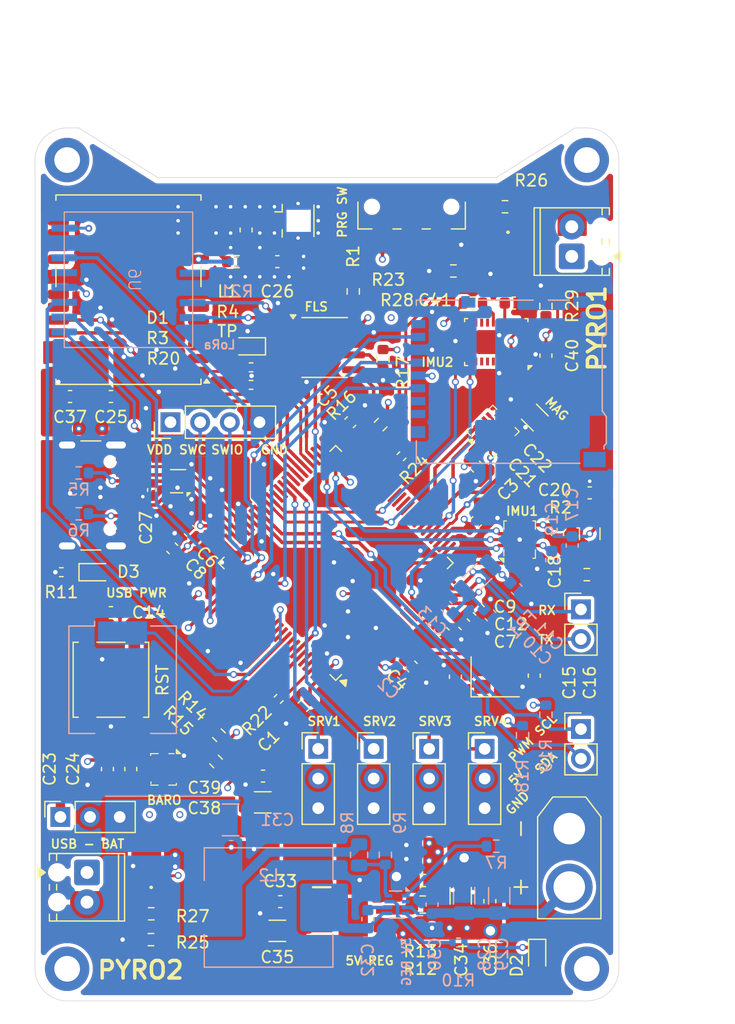
<source format=kicad_pcb>
(kicad_pcb (version 20241229) (generator "pcbnew") (generator_version "9.0")
  (layers (0 "F.Cu" signal) (4 "In1.Cu" power) (6 "In2.Cu" power) (2 "B.Cu" signal) (13 "F.Paste" user) (15 "B.Paste" user) (5 "F.SilkS" user "F.Silkscreen") (7 "B.SilkS" user "B.Silkscreen") (1 "F.Mask" user) (3 "B.Mask" user) (25 "Edge.Cuts" user))
  (net 0 "")
  (net 1 "GND")
  (net 2 "+3.3V")
  (net 3 "VREF+")
  (net 4 "/NRST")
  (net 5 "RCC IN")
  (net 6 "RCC OUT")
  (net 7 "Net-(U3-CAP)")
  (net 8 "VBUS")
  (net 9 "+BAT")
  (net 10 "+V_REG")
  (net 11 "Net-(U8-SW)")
  (net 12 "Net-(U8-BST)")
  (net 13 "+5V")
  (net 14 "Net-(D1-K)")
  (net 15 "Net-(D1-A)")
  (net 16 "Net-(D2-K)")
  (net 17 "Net-(D3-K)")
  (net 19 "Net-(IC1-FB)")
  (net 23 "/SWIO")
  (net 24 "/SWCLK")
  (net 25 "Net-(J2-D--PadA7)")
  (net 26 "Net-(J2-D+-PadA6)")
  (net 27 "Net-(J2-CC1)")
  (net 28 "Net-(J2-CC2)")
  (net 30 "SDIO_CMD")
  (net 32 "SDIO_D0")
  (net 33 "SDIO_CK")
  (net 35 "I2C3_SCL")
  (net 36 "I2C3_SDA")
  (net 37 "UART2_RX")
  (net 38 "UART2_TX")
  (net 39 "Net-(SW2-B)")
  (net 40 "/BOOT0")
  (net 41 "Net-(Y2-OE)")
  (net 42 "Net-(U5-VCC_RF)")
  (net 43 "Net-(U8-RT)")
  (net 44 "Net-(U8-FB)")
  (net 45 "I2C1_SDA")
  (net 46 "I2C1_SCL")
  (net 47 "I2C2_SDA")
  (net 48 "I2C2_SCK")
  (net 50 "SPI1_MISO")
  (net 51 "SPI1_CS")
  (net 52 "SPI1_SCK")
  (net 53 "SPI1_MOSI")
  (net 54 "SPI3_MISO")
  (net 56 "UART3_TX")
  (net 60 "/DP+")
  (net 61 "UART4_TX")
  (net 64 "SPI2_CS")
  (net 68 "UART4_RX")
  (net 69 "/DP-")
  (net 74 "SPI2_MOSI")
  (net 75 "RF_SW1")
  (net 90 "BUZZER")
  (net 92 "SPI3_SCK")
  (net 94 "DIO1")
  (net 99 "SPI3_CS")
  (net 101 "PWM1")
  (net 102 "SPI2_SCK")
  (net 103 "BUSY")
  (net 104 "SPI3_MOSI")
  (net 105 "SPI2_MISO")
  (net 108 "PWM2")
  (net 135 "Net-(J15-In)")
  (net 136 "Net-(C26-Pad1)")
  (net 137 "Net-(U5-~{SAFEBOOT})")
  (net 138 "Net-(U5-~{RESET})")
  (net 139 "PWM3")
  (net 140 "PWM4")
  (net 141 "Net-(J13-Pin_2)")
  (net 142 "Net-(J14-Pin_2)")
  (net 144 "Net-(Q1-G)")
  (net 145 "/IMUs/MPU_CLK")
  (net 146 "Net-(Q2-G)")
  (net 147 "PY2")
  (net 148 "PY1")
  (net 149 "UART3_RX")
  (net 150 "Net-(U10-CAP)")
  (net 154 "Net-(U10-~{RESET})")
  (net 159 "Net-(U10-~{BOOT_LOAD_PIN})")
  (net 161 "RX")
  (net 165 "TX")
  (net 169 "Net-(U8-PG)")
  (net 171 "/Pinout/PYOUT2")
  (net 172 "/Pinout/PYOUT1")
  (footprint "Capacitor_SMD:C_0603_1608Metric" (layer "F.Cu") (at 105.75 72.75 -90)
    (property "Reference" "C18")
    (property "Value" "100nF")
  )
  (footprint "Resistor_SMD:R_0603_1608Metric" (layer "F.Cu") (at 98.5 53)
    (property "Reference" "R28")
    (property "Value" "10k")
  )
  (footprint "Connector_PinHeader_2.54mm:PinHeader_1x02_P2.54mm_Vertical" (layer "F.Cu") (at 107.75 89.475)
    (property "Reference" "J8" (hide yes))
    (property "Value" "Conn_01x02_Pin")
  )
  (footprint "Capacitor_SMD:C_0603_1608Metric" (layer "F.Cu") (at 96 81.25 -45)
    (property "Reference" "C7")
    (property "Value" "100nF")
  )
  (footprint "Capacitor_SMD:C_0603_1608Metric" (layer "F.Cu") (at 97 85 90)
    (property "Reference" "C15")
    (property "Value" "6pF")
  )
  (footprint "Resistor_SMD:R_0603_1608Metric" (layer "F.Cu") (at 70.925 107.5 180)
    (property "Reference" "R25")
    (property "Value" "4.7k")
  )
  (footprint "LED_SMD:LED_0603_1608Metric" (layer "F.Cu") (at 104 108.962499 -90)
    (property "Reference" "D2")
    (property "Value" "LED_RED")
  )
  (footprint "LED_SMD:LED_0603_1608Metric" (layer "F.Cu") (at 79.25 56.7 180)
    (property "Reference" "D1")
    (property "Value" "LED_GREEN")
  )
  (footprint "Connector_PinHeader_2.54mm:PinHeader_1x03_P2.54mm_Vertical" (layer "F.Cu") (at 85.25 91.17)
    (property "Reference" "J3" (hide yes))
    (property "Value" "Conn_01x03_Pin")
  )
  (footprint "Package_LGA:Bosch_LGA-14_3x2.5mm_P0.5mm" (layer "F.Cu") (at 102.5 73.25 90)
    (property "Reference" "U1" (hide yes))
    (property "Value" "ICM-426788P")
  )
  (footprint "Resistor_SMD:R_0603_1608Metric" (layer "F.Cu") (at 101.25 44.75 180)
    (property "Reference" "R26")
    (property "Value" "1R")
  )
  (footprint "Connector_AMASS:AMASS_XT30U-F_1x02_P5.0mm_Vertical" (layer "F.Cu") (at 106.75 98 -90)
    (property "Reference" "J5" (hide yes))
    (property "Value" "Conn_01x02")
  )
  (footprint "Resistor_SMD:R_0603_1608Metric" (layer "F.Cu") (at 94.199999 102.439998 180)
    (property "Reference" "R13")
    (property "Value" "10k")
  )
  (footprint "MountingHole:MountingHole_2.2mm_M2_DIN965_Pad" (layer "F.Cu") (at 108.25 110)
    (property "Reference" "H4" (hide yes))
    (property "Value" "MountingHole")
  )
  (footprint "Capacitor_SMD:C_0402_1005Metric_Pad0.74x0.62mm_HandSolder" (layer "F.Cu") (at 71 69 90)
    (property "Reference" "C27")
    (property "Value" "100nF")
  )
  (footprint "Connector_PinSocket_2.54mm:PinSocket_1x03_P2.54mm_Vertical" (layer "F.Cu") (at 63.170001 97 90)
    (property "Reference" "J4" (hide yes))
    (property "Value" "Conn_01x03")
  )
  (footprint "Inductor_SMD:L_0603_1608Metric" (layer "F.Cu") (at 79.075 46.737501 90)
    (property "Reference" "L1")
    (property "Value" "27nH >300mA")
  )
  (footprint "Resistor_SMD:R_0603_1608Metric" (layer "F.Cu") (at 70.950001 105.29)
    (property "Reference" "R27")
    (property "Value" "1R")
  )
  (footprint "Connector_PinHeader_2.54mm:PinHeader_1x03_P2.54mm_Vertical" (layer "F.Cu") (at 99.5 91.17)
    (property "Reference" "J12" (hide yes))
    (property "Value" "Conn_01x03_Pin")
  )
  (footprint "Resistor_SMD:R_0603_1608Metric" (layer "F.Cu") (at 90.6 63.4 -135)
    (property "Reference" "R16")
    (property "Value" "4.7k")
  )
  (footprint "Package_SO:SOIC-8_3.9x4.9mm_P1.27mm" (layer "F.Cu") (at 85.8 56.8)
    (property "Reference" "U9" (hide yes))
    (property "Value" "Tudi AT24CM02-SSHD-T-TUDI")
  )
  (footprint "Resistor_SMD:R_0402_1005Metric" (layer "F.Cu") (at 79.5 60)
    (property "Reference" "R20")
    (property "Value" "R")
  )
  (footprint "Capacitor_SMD:C_0603_1608Metric" (layer "F.Cu") (at 98.8 67 -45)
    (property "Reference" "C21")
    (property "Value" "1uF")
  )
  (footprint "Button_Switch_SMD:SW_SPDT_CK_JS102011SAQN" (layer "F.Cu") (at 93.25 44.75 180)
    (property "Reference" "SW2" (hide yes))
    (property "Value" "SW_SPDT")
  )
  (footprint "Capacitor_SMD:C_0603_1608Metric" (layer "F.Cu") (at 67.2 92.9 -90)
    (property "Reference" "C23")
    (property "Value" "100nF")
  )
  (footprint "Button_Switch_SMD:SW_Push_1P1T_NO_CK_KSC6xxJ" (layer "F.Cu") (at 67.5 85.25 90)
    (property "Reference" "SW1" (hide yes))
    (property "Value" "SW_Push")
  )
  (footprint "Capacitor_SMD:C_0603_1608Metric" (layer "F.Cu") (at 64 61 180)
    (property "Reference" "C37")
    (property "Value" "1uF")
  )
  (footprint "Capacitor_SMD:C_0603_1608Metric" (layer "F.Cu") (at 102 53)
    (property "Reference" "C41")
    (property "Value" "100nF")
  )
  (footprint "Capacitor_SMD:C_0603_1608Metric" (layer "F.Cu") (at 93.262295 84.116383 -45)
    (property "Reference" "C4")
    (property "Value" "100nF")
  )
  (footprint "Resistor_SMD:R_0603_1608Metric" (layer "F.Cu") (at 104.75 53.25 -90)
    (property "Reference" "R29")
    (property "Value" "10k")
  )
  (footprint "Connector_PinHeader_2.54mm:PinHeader_1x04_P2.54mm_Vertical" (layer "F.Cu") (at 72.6 63.2 90)
    (property "Reference" "J1" (hide yes))
    (property "Value" "Conn_01x04_Pin")
  )
  (footprint "Oscillator:Oscillator_SMD_SeikoEpson_SG3030CM" (layer "F.Cu") (at 108.5 72.75 -90)
    (property "Reference" "Y2" (hide yes))
    (property "Value" "OV_7604")
  )
  (footprint "Capacitor_SMD:C_0603_1608Metric" (layer "F.Cu") (at 67.5 79.5 180)
    (property "Reference" "C14")
    (property "Value" "100nF")
  )
  (footprint "Connector_USB:USB_C_Receptacle_GCT_USB4105-xx-A_16P_TopMnt_Horizontal" (layer "F.Cu") (at 64.825 69.471636 -90)
    (property "Reference" "J2" (hide yes))
    (property "Value" "USB_C_Receptacle_USB2.0_14P")
  )
  (footprint "Resistor_SMD:R_0402_1005Metric" (layer "F.Cu") (at 79.5 58.5 180)
    (property "Reference" "R3")
    (property "Value" "220R")
  )
  (footprint "Capacitor_SMD:C_0603_1608Metric" (layer "F.Cu") (at 80.525 93.5 180)
    (property "Reference" "C39")
    (property "Value" "100nF")
  )
  (footprint "Capacitor_SMD:C_0603_1608Metric" (layer "F.Cu") (at 74.25 72.5 135)
    (property "Reference" "C6")
    (property "Value" "100nF")
  )
  (footprint "TerminalBlock_Phoenix:TerminalBlock_Phoenix_MPT-0,5-2-2.54_1x02_P2.54mm_Horizontal" (layer "F.Cu") (at 106.96 49 90)
    (property "Reference" "J13" (hide yes))
    (property "Value" "Screw_Terminal_01x02")
  )
  (footprint "Capacitor_SMD:C_0603_1608Metric" (layer "F.Cu") (at 99.95 104.214998 90)
    (property "Reference" "C36")
    (property "Value" "100nF")
  )
  (footprint "Resistor_SMD:R_0402_1005Metric" (layer "F.Cu") (at 63.25 76.041636 180)
    (property "Reference" "R11")
    (property "Value" "220R")
  )
  (footprint "Connector_PinHeader_2.54mm:PinHeader_1x03_P2.54mm_Vertical" (layer "F.Cu") (at 90 91.17)
    (property "Reference" "J9" (hide yes))
    (property "Value" "Conn_01x03_Pin")
  )
  (footprint "Resistor_SMD:R_0402_1005Metric" (layer "F.Cu") (at 81.860624 86.889376 -135)
    (property "Reference" "R22")
    (property "Value" "220R")
  )
  (footprint "Capacitor_SMD:C_1206_3216Metric" (layer "F.Cu") (at 103.8 62.8 -45)
    (property "Reference" "C22")
    (property "Value" "10uF")
  )
  (footprint "Capacitor_SMD:C_0603_1608Metric" (layer "F.Cu") (at 99 79.25 -45)
    (property "Reference" "C9")
    (property "Value" "100nF")
  )
  (footprint "Capacitor_SMD:C_0603_1608Metric" (layer "F.Cu") (at 81.75 49.45)
    (property "Reference" "C26")
    (property "Value" "100nF")
  )
  (footprint "Package_LGA:LGA-28_5.2x3.8mm_P0.5mm" (layer "F.Cu") (at 100.5 56.3375 180)
    (property "Reference" "U10" (hide yes))
    (property "Value" "BNO055")
  )
  (footprint "Package_LGA:LGA-16_3x3mm_P0.5mm" (layer "F.Cu") (at 100.2 64 45)
    (property "Reference" "U3" (hide yes))
    (property "Value" "MMC5883MA")
  )
  (footprint "MountingHole:MountingHole_2.2mm_M2_DIN965_Pad" (layer "F.Cu") (at 63.75 110)
    (property "Reference" "H3" (hide yes))
    (property "Value" "MountingHole")
  )
  (footprint "Crystal:Crystal_SMD_3225-4Pin_3.2x2.5mm" (layer "F.Cu") (at 100.4 85)
    (property "Reference" "Y1" (hide yes))
    (property "Value" "16MHz 7pF")
  )
  (footprint "Capacitor_SMD:C_0603_1608Metric" (layer "F.Cu") (at 88 63.2 45)
    (property "Reference" "C5")
    (property "Value" "100nF")
  )
  (footprint "Resistor_SMD:R_0603_1608Metric" (layer "F.Cu") (at 90.8 57.8 -90)
    (property "Reference" "R17")
    (property "Value" "4.7k")
  )
  (footprint "Package_LGA:Bosch_LGA-8_2x2.5mm_P0.65mm_ClockwisePinNumbering" (layer "F.Cu") (at 72 92.925 -90)
    (property "Reference" "U4" (hide yes))
    (property "Value" "DPS368")
  )
  (footprint "Connector_PinHeader_2.54mm:PinHeader_1x02_P2.54mm_Vertical" (layer "F.Cu") (at 107.75 79.225)
    (property "Reference" "J10" (hide yes))
    (property "Value" "Conn_01x02_Pin")
  )
  (footprint "dep:FDMA430NZ" (layer "F.Cu") (at 71.600001 101.125)
    (property "Reference" "Q2" (hide yes))
    (property "Value" "FDMA430NZ" (hide yes))
  )
  (footprint "Capacitor_SMD:C_0603_1608Metric" (layer "F.Cu") (at 98.75 71.75 45)
    (property "Reference" "C3")
    (property "Value" "100nF")
  )
  (footprint "Resistor_SMD:R_0603_1608Metric" (layer "F.Cu") (at 76.5 92.25 135)
    (property "Reference" "R15")
    (property "Value" "4.7k")
  )
  (footprint "Capacitor_SMD:C_0603_1608Metric" (layer "F.Cu") (at 108.5 69.25 180)
    (property "Reference" "C20")
    (property "Value" "100nF")
  )
  (footprint "Package_TO_SOT_SMD:SOT-666" (layer "F.Cu") (at 73.25 68.25 180)
    (property "Reference" "U7" (hide yes))
    (property "Value" "USBLC6-2P6")
  )
  (footprint "MountingHole:MountingHole_2.2mm_M2_DIN965_Pad" (layer "F.Cu") (at 108.25 40.75)
    (property "Reference" "H2" (hide yes))
    (property "Value" "MountingHole")
  )
  (footprint "LED_SMD:LED_0603_1608Metric" (layer "F.Cu") (at 66.25 76.041635)
    (property "Reference" "D3")
    (property "Value" "LED_GREEN")
  )
  (footprint "Capacitor_SMD:C_0603_1608Metric" (layer "F.Cu") (at 69.2 92.9 -90)
    (property "Reference" "C24")
    (property "Value" "100nF")
  )
  (footprint "Capacitor_SMD:C_0603_1608Metric" (layer "F.Cu") (at 103.75 84.901917 -90)
    (property "Reference" "C16")
    (property "Value" "6pF")
  )
  (footprint "Connector_PinHeader_2.54mm:PinHeader_1x03_P2.54mm_Vertical" (layer "F.Cu") (at 94.75 91.17)
    (property "Reference" "J11" (hide yes))
    (property "Value" "Conn_01x03_Pin")
  )
  (footprint "Capacitor_SMD:C_0603_1608Metric" (layer "F.Cu") (at 97.75 80.5 -45)
    (property "Reference" "C12")
    (property "Value" "100nF")
  )
  (footprint "Connector_Coaxial:U.FL_Hirose_U.FL-R-SMT-1_Vertical" (layer "F.Cu") (at 83.05 45.95)
    (property "Reference" "J15" (hide yes))
    (property "Value" "Conn_Coaxial")
  )
  (footprint "Resistor_SMD:R_0603_1608Metric" (layer "F.Cu") (at 88.25 52 -90)
    (property "Reference" "R1")
    (property "Value" "10k")
  )
  (footprint "Capacitor_SMD:C_0603_1608Metric" (layer "F.Cu") (at 104.75 57.5 -90)
    (property "Reference" "C40")
    (property "Value" "100nF")
  )
  (footprint "Package_QFP:LQFP-100_14x14mm_P0.5mm" (layer "F.Cu") (at 86.75 75.25 135)
    (property "Reference" "U2" (hide yes))
    (property "Value" "STM32F407VGTx")
  )
  (footprint "dep:FDMA430NZ" (layer "F.Cu") (at 100.85 48.835 180)
    (property "Reference" "Q1" (hide yes))
    (property "Value" "FDMA430NZ" (hide yes))
  )
  (footprint "Resistor_SMD:R_0402_1005Metric" (layer "F.Cu") (at 92.389376 66.110624 45)
    (property "Reference" "R24")
    (property "Value" "220R")
  )
  (footprint "Resistor_SMD:R_0603_1608Metric" (layer "F.Cu") (at 76.75 90 135)
    (property "Reference" "R14")
    (property "Value" "4.7k")
  )
  (footprint "Capacitor_SMD:C_1206_3216Metric" (layer "F.Cu") (at 81.75 106.75 180)
    (property "Reference" "C35")
    (property "Value" "10uF")
  )
  (footprint "Capacitor_SMD:C_0603_1608Metric" (layer "F.Cu") (at 84 87.5 -135)
    (property "Reference" "C1")
    (property "Value" "100nF")
  )
  (footprint "Capacitor_SMD:C_1206_3216Metric" (layer "F.Cu") (at 80.5 95.75 180)
    (property "Reference" "C38")
    (property "Value" "10uF")
  )
  (footprint "TerminalBlock_Phoenix:TerminalBlock_Phoenix_MPT-0,5-2-2.54_1x02_P2.54mm_Horizontal" (layer "F.Cu") (at 65.450001 101.75 -90)
    (property "Reference" "J14" (hide yes))
    (property "Value" "Screw_Terminal_01x02")
  )
  (footprint "RF_GPS:ublox_NEO" (layer "F.Cu") (at 69 51.85 180)
    (property "Reference" "U5" (hide yes))
    (property "Value" "NEO-M9N")
  )
  (footprint "Resistor_SMD:R_0603_1608Metric" (layer "F.Cu") (at 78.25 49.45)
    (property "Reference" "R4")
    (property "Value" "10R")
  )
  (footprint "Resistor_SMD:R_0603_1608Metric" (layer "F.Cu") (at 108.25 76.25)
    (property "Reference" "R2")
    (property "Value" "10k")
  )
  (footprint "Capacitor_SMD:C_0603_1608Metric" (layer "F.Cu") (at 82 104.25 180)
    (property "Reference" "C33")
    (property "Value" "4.7uF")
  )
  (footprint "Capacitor_SMD:C_1206_3216Metric" (layer "F.Cu") (at 97.449998 103.75 90)
    (property "Reference" "C34")
    (property "Value" "10uF")
  )
  (footprint "MountingHole:MountingHole_2.2mm_M2_DIN965_Pad" (layer "F.Cu") (at 63.75 40.75)
    (property "Reference" "H1" (hide yes))
    (property "Value" "MountingHole")
  )
  (footprint "Capacitor_SMD:C_0603_1608Metric" (layer "F.Cu") (at 72.749999 74 135)
    (property "Reference" "C8")
    (property "Value" "4.7uF")
  )
  (footprint "Resistor_SMD:R_0603_1608Metric" (layer "F.Cu") (at 96.825 50.25 180)
    (property "Reference" "R23")
    (property "Value" "4.7k")
  )
  (footprint "dep:SOIC127P600X175-9N" (layer "F.Cu") (at 88.25 105.594999)
    (property "Reference" "IC1" (hide yes))
    (property "Value" "SC4216HSETRT" (hide yes))
  )
  (footprint "Resistor_SMD:R_0805_2012Metric" (layer "F.Cu") (at 94.199999 104.5)
    (property "Reference" "R12")
    (property "Value" "56k")
  )
  (footprint "Capacitor_SMD:C_0603_1608Metric" (layer "F.Cu") (at 67.5 61)
    (property "Reference" "C25")
    (property "Value" "100nF")
  )
  (footprint "Package_TO_SOT_SMD:SOT-583-8" (layer "B.Cu") (at 92 104.5 180)
    (property "Reference" "U8" (hide yes))
    (property "Value" "TPS62933P")
  )
  (footprint "Resistor_SMD:R_0603_1608Metric" (layer "B.Cu") (at 102.75 90 -90)
    (property "Reference" "R18")
    (property "Value" "4.7k")
  )
  (footprint "Resistor_SMD:R_0603_1608Metric" (layer "B.Cu") (at 100.5 99.5)
    (property "Reference" "R7")
    (property "Value" "0R")
  )
  (footprint "Capacitor_SMD:C_0603_1608Metric" (layer "B.Cu") (at 95 104.5 90)
    (property "Reference" "C30")
    (property "Value" "100nF")
  )
  (footprint "Capacitor_SMD:C_0603_1608Metric" (layer "B.Cu") (at 102.25 77.5 -45)
    (property "Reference" "C11")
    (property "Value" "4.7uF")
  )
  (footprint "Resistor_SMD:R_0603_1608Metric" (layer "B.Cu") (at 64.75 71.041636)
    (property "Reference" "R6")
    (property "Value" "5.1k")
  )
  (footprint "Capacitor_SMD:C_0603_1608Metric" (layer "B.Cu") (at 89.5 105.75 -90)
    (property "Reference" "C32")
    (property "Value" "100nF")
  )
  (footprint "Capacitor_SMD:C_1206_3216Metric" (layer "B.Cu") (at 97.75 103.75 90)
    (property "Reference" "C28")
    (property "Value" "10uF")
  )
  (footprint "Inductor_SMD:L_APV_APH1050" (layer "B.Cu") (at 81 104.75 180)
    (property "Reference" "L2")
    (property "Value" "7.8uH")
  )
  (footprint "Resistor_SMD:R_0603_1608Metric" (layer "B.Cu") (at 91 100.25 90)
    (property "Reference" "R9")
    (property "Value" "10k")
  )
  (footprint "Inductor_SMD:L_1206_3216Metric" (layer "B.Cu") (at 98.888953 76.517634 45)
    (property "Reference" "FB1")
    (property "Value" "120R")
  )
  (footprint "dep:WIO SX1262" (layer "B.Cu") (at 69 51 90)
    (property "Reference" "U6")
    (property "Value" "Wio-SX1262")
  )
  (footprint "Capacitor_SMD:C_1210_3225Metric" (layer "B.Cu") (at 77.75 97.25)
    (property "Reference" "C31")
    (property "Value" "47uF")
  )
  (footprint "Capacitor_SMD:C_0603_1608Metric" (layer "B.Cu") (at 107 73.75 -90)
    (property "Reference" "C17")
    (property "Value" "2.2uF")
  )
  (footprint "Resistor_SMD:R_0402_1005Metric" (layer "B.Cu") (at 97.259999 107.75)
    (property "Reference" "R10")
    (property "Value" "220R")
  )
  (footprint "Capacitor_SMD:C_0603_1608Metric" (layer "B.Cu") (at 96.25 79 135)
    (property "Reference" "C13")
    (property "Value" "1uF")
  )
  (footprint "Resistor_SMD:R_0603_1608Metric" (layer "B.Cu") (at 64.75 67.541636)
    (property "Reference" "R5")
    (property "Value" "5.1k")
  )
  (footprint "Resistor_SMD:R_0402_1005Metric" (layer "B.Cu") (at 78.25 49.45)
    (property "Reference" "R21")
    (property "Value" "R")
  )
  (footprint "Capacitor_SMD:C_0603_1608Metric" (layer "B.Cu") (at 100 79.75 -45)
    (property "Reference" "C10")
    (property "Value" "1uF")
  )
  (footprint "Capacitor_SMD:C_0603_1608Metric" (layer "B.Cu") (at 92.5 84.75 -45)
    (property "Reference" "C2")
    (property "Value" "100nF")
  )
  (footprint "Buzzer_Beeper:Buzzer_CUI_CPT-9019S-SMT" (layer "B.Cu") (at 68.5 85.25 -90)
    (property "Reference" "BZ1" (hide yes))
    (property "Value" "Buzzer")
  )
  (footprint "Resistor_SMD:R_0805_2012Metric" (layer "B.Cu") (at 88.75 100.25 -90)
    (property "Reference" "R8")
    (property "Value" "52k")
  )
  (footprint "Capacitor_SMD:C_1206_3216Metric" (layer "B.Cu") (at 100.75 103.75 90)
    (property "Reference" "C29")
    (property "Value" "10uF")
  )
  (footprint "Connector_Card:microSD_HC_Hirose_DM3AT-SF-PEJM5" (layer "B.Cu") (at 101.535 59.72 -90)
    (property "Reference" "J6" (hide yes))
    (property "Value" "Micro_SD_Card_Det1")
  )
  (footprint "Capacitor_SMD:C_0603_1608Metric" (layer "B.Cu") (at 105.25 75 -90)
    (property "Reference" "C19")
    (property "Value" "10nF")
  )
  (footprint "Resistor_SMD:R_0603_1608Metric" (layer "B.Cu") (at 104.75 88.25 -90)
    (property "Reference" "R19")
    (property "Value" "4.7k")
  )
  (gr_line (start 107.25 38) (end 100.5 42.25) (stroke (width 0.05)) (layer "Edge.Cuts"))
  (gr_line (start 61 110) (end 61 40.75) (stroke (width 0.05)) (layer "Edge.Cuts"))
  (gr_arc (start 63.75 112.75) (mid 61.805456 111.944544) (end 61 110) (stroke (width 0.05)) (layer "Edge.Cuts"))
  (gr_arc (start 111 110) (mid 110.194544 111.944544) (end 108.25 112.75) (stroke (width 0.05)) (layer "Edge.Cuts"))
  (gr_arc (start 61 40.75) (mid 61.805456 38.805456) (end 63.75 38) (stroke (width 0.05)) (layer "Edge.Cuts"))
  (gr_arc (start 108.25 38) (mid 110.194544 38.805456) (end 111 40.75) (stroke (width 0.05)) (layer "Edge.Cuts"))
  (gr_line (start 63.75 112.75) (end 108.25 112.75) (stroke (width 0.05)) (layer "Edge.Cuts"))
  (gr_line (start 71.50001 42.25) (end 100.5 42.25) (stroke (width 0.05)) (layer "Edge.Cuts"))
  (gr_line (start 63.75 38) (end 64.75 38) (stroke (width 0.05)) (layer "Edge.Cuts"))
  (gr_line (start 107.25 38) (end 108.25 38) (stroke (width 0.05)) (layer "Edge.Cuts"))
  (gr_line (start 111 40.75) (end 111 110) (stroke (width 0.05)) (layer "Edge.Cuts"))
  (gr_line (start 64.75 38) (end 71.5 42.249994) (stroke (width 0.05)) (layer "Edge.Cuts"))
  (gr_text "SRV2" (at 89 89.25 0) (layer "F.SilkS") (effects (font (size 0.75 0.75)) (justify left bottom)))
  (gr_text "GND" (at 101.75 97 45) (layer "F.SilkS") (effects (font (size 0.75 0.75)) (justify left bottom)))
  (gr_text "+" (at 102.5 103 90) (layer "F.SilkS") (effects (font (size 1.5 1.5))))
  (gr_text "USB PWR" (at 67 78.25 0) (layer "F.SilkS") (effects (font (size 0.75 0.75)) (justify left bottom)))
  (gr_text "SWC" (at 73.25 66 0) (layer "F.SilkS") (effects (font (size 0.75 0.75)) (justify left bottom)))
  (gr_text "GND" (at 80.25 66 0) (layer "F.SilkS") (effects (font (size 0.75 0.75)) (justify left bottom)))
  (gr_text "5V" (at 102 94.5 45) (layer "F.SilkS") (effects (font (size 0.75 0.75)) (justify left bottom)))
  (gr_text "SCL" (at 104.25 90.25 45) (layer "F.SilkS") (effects (font (size 0.75 0.75)) (justify left bottom)))
  (gr_text "PYRO1\n" (at 110 59 90) (layer "F.SilkS") (effects (font (size 1.5 1.5) (thickness 0.3) (bold yes)) (justify left bottom)))
  (gr_text "PWM" (at 102 92.5 45) (layer "F.SilkS") (effects (font (size 0.75 0.75)) (justify left bottom)))
  (gr_text "SRV3" (at 93.75 89.25 0) (layer "F.SilkS") (effects (font (size 0.75 0.75)) (justify left bottom)))
  (gr_text "FLS" (at 84 53.75 0) (layer "F.SilkS") (effects (font (size 0.75 0.75)) (justify left bottom)))
  (gr_text "RST" (at 72.5 86.75 90) (layer "F.SilkS") (effects (font (size 1 1)) (justify left bottom)))
  (gr_text "BARO\n" (at 70.5 96 0) (layer "F.SilkS") (effects (font (size 0.75 0.75)) (justify left bottom)))
  (gr_text "5V REG" (at 87.5 109.75 0) (layer "F.SilkS") (effects (font (size 0.75 0.75)) (justify left bottom)))
  (gr_text "SDA" (at 104.25 93.5 45) (layer "F.SilkS") (effects (font (size 0.75 0.75)) (justify left bottom)))
  (gr_text "PRG SW" (at 87.75 47.5 90) (layer "F.SilkS") (effects (font (size 0.75 0.75)) (justify left bottom)))
  (gr_text "IMU2" (at 94 58.5 0) (layer "F.SilkS") (effects (font (size 0.75 0.75)) (justify left bottom)))
  (gr_text "TP" (at 76.5 56 0) (layer "F.SilkS") (effects (font (size 1 1)) (justify left bottom)))
  (gr_text "RX" (at 104 79.75 0) (layer "F.SilkS") (effects (font (size 0.75 0.75)) (justify left bottom)))
  (gr_text "IMU1" (at 101.25 71.25 0) (layer "F.SilkS") (effects (font (size 0.75 0.75)) (justify left bottom)))
  (gr_text "VDD" (at 70.5 66 0) (layer "F.SilkS") (effects (font (size 0.75 0.75)) (justify left bottom)))
  (gr_text "MAG" (at 104.5 61.5 315) (layer "F.SilkS") (effects (font (size 0.75 0.75)) (justify left bottom)))
  (gr_text "SWIO\n" (at 76 66 0) (layer "F.SilkS") (effects (font (size 0.75 0.75)) (justify left bottom)))
  (gr_text "TX" (at 104 82.25 0) (layer "F.SilkS") (effects (font (size 0.75 0.75)) (justify left bottom)))
  (gr_text "SRV1" (at 84.25 89.25 0) (layer "F.SilkS") (effects (font (size 0.75 0.75)) (justify left bottom)))
  (gr_text "PYRO2\n\n" (at 66.2 113.4 0) (layer "F.SilkS") (effects (font (size 1.5 1.5) (thickness 0.3) (bold yes)) (justify left bottom)))
  (gr_text "USB - BAT\n" (at 62.25 99.75 0) (layer "F.SilkS") (effects (font (size 0.75 0.75)) (justify left bottom)))
  (gr_text "SRV4" (at 98.5 89.25 0) (layer "F.SilkS") (effects (font (size 0.75 0.75)) (justify left bottom)))
  (gr_text "LoRa" (at 78.25 57 0) (layer "B.SilkS") (effects (font (size 0.75 0.75)) (justify left bottom mirror)))
  (gr_text "3V REG" (at 93.25 107.25 90) (layer "B.SilkS") (effects (font (size 0.75 0.75)) (justify left bottom mirror)))
  (segment (start 102.75 73.5) (end 102.5 73.25) (width 0.3) (layer "F.Cu") (net 1))
  (segment (start 99.348008 67.548008) (end 99.348008 67.651992) (width 0.25) (layer "F.Cu") (net 1))
  (segment (start 100.75 58) (end 100.75 59) (width 0.25) (layer "F.Cu") (net 1))
  (segment (start 73.701992 71.951992) (end 72.201991 73.451992) (width 0.3) (layer "F.Cu") (net 1))
  (segment (start 100.200001 50.299999) (end 100 50.5) (width 0.3) (layer "F.Cu") (net 1))
  (segment (start 96 50.25) (end 94.75 50.25) (width 0.25) (layer "F.Cu") (net 1))
  (segment (start 68.505 72.671636) (end 68.505 73.216636) (width 0.3) (layer "F.Cu") (net 1))
  (segment (start 72.8 91.95) (end 73.55 91.95) (width 0.3) (layer "F.Cu") (net 1))
  (segment (start 96.548008 81.798008) (end 97.5 81.798008) (width 0.3) (layer "F.Cu") (net 1))
  (segment (start 101.162396 61.831358) (end 101.746877 61.246877) (width 0.25) (layer "F.Cu") (net 1))
  (segment (start 96.778175 73) (end 96.066132 73.712043) (width 0.25) (layer "F.Cu") (net 1))
  (segment (start 97.1625 56.0875) (end 97 56.25) (width 0.25) (layer "F.Cu") (net 1))
  (segment (start 70.230013 69.571636) (end 70.563364 69.571636) (width 0.25) (layer "F.Cu") (net 1))
  (segment (start 98.449999 103.439999) (end 97.449999 102.439998) (width 0.8) (layer "F.Cu") (net 1))
  (segment (start 97 47.5) (end 97.5 48) (width 0.3) (layer "F.Cu") (net 1))
  (segment (start 106.3 74.075) (end 105.75 73.525) (width 0.3) (layer "F.Cu") (net 1))
  (segment (start 62.740001 76.041636) (end 62.740001 74.801635) (width 0.3) (layer "F.Cu") (net 1))
  (segment (start 88.548008 62.651992) (end 88.548008 62.451992) (width 0.25) (layer "F.Cu") (net 1))
  (segment (start 98.1125 56.5875) (end 98.1125 56.0875) (width 0.25) (layer "F.Cu") (net 1))
  (segment (start 100.401992 71.201992) (end 100.6 71.4) (width 0.25) (layer "F.Cu") (net 1))
  (segment (start 100.75 54.675) (end 100.75 55.75) (width 0.25) (layer "F.Cu") (net 1))
  (segment (start 72.290001 100.25) (end 72.250001 100.21) (width 0.3) (layer "F.Cu") (net 1))
  (segment (start 100.6 71.4) (end 100.48571 71.51429) (width 0.25) (layer "F.Cu") (net 1))
  (segment (start 69.5 61) (end 70.5 62) (width 0.3) (layer "F.Cu") (net 1))
  (segment (start 102.25 74.5125) (end 102.75 74.5125) (width 0.3) (layer "F.Cu") (net 1))
  (segment (start 71.2 92.6) (end 71.75 92.6) (width 0.3) (layer "F.Cu") (net 1))
  (segment (start 103.5125 72.75) (end 103.512501 73.25) (width 0.3) (layer "F.Cu") (net 1))
  (segment (start 100.48571 71.6) (end 98.896418 73.189292) (width 0.25) (layer "F.Cu") (net 1))
  (segment (start 100.200001 48.835) (end 100.200001 50.299999) (width 0.3) (layer "F.Cu") (net 1))
  (segment (start 71.75 92.6) (end 72.4 91.95) (width 0.3) (layer "F.Cu") (net 1))
  (segment (start 79.545 59.054999) (end 78.990001 58.5) (width 0.25) (layer "F.Cu") (net 1))
  (segment (start 98.5 103.439999) (end 98.449999 103.439999) (width 0.8) (layer "F.Cu") (net 1))
  (segment (start 99.949999 103.439997) (end 98.5 103.439999) (width 0.8) (layer "F.Cu") (net 1))
  (segment (start 65.5 82.35) (end 65.5 88.15) (width 0.3) (layer "F.Cu") (net 1))
  (segment (start 84.25 59.75) (end 83.325 58.825) (width 0.3) (layer "F.Cu") (net 1))
  (segment (start 79.024999 94.225001) (end 79.024999 95.75) (width 0.3) (layer "F.Cu") (net 1))
  (segment (start 103.8625 57.3875) (end 104.75 58.275) (width 0.25) (layer "F.Cu") (net 1))
  (segment (start 107.899999 74.075) (end 106.3 74.075) (width 0.3) (layer "F.Cu") (net 1))
  (segment (start 90.189339 80.810661) (end 91.116384 81.737705) (width 0.25) (layer "F.Cu") (net 1))
  (segment (start 102.25 71.9875) (end 102.25 73) (width 0.3) (layer "F.Cu") (net 1))
  (segment (start 80.274999 105.25) (end 80.274999 105.200001) (width 0.25) (layer "F.Cu") (net 1))
  (segment (start 66.6 89.25) (end 65.5 88.15) (width 0.3) (layer "F.Cu") (net 1))
  (segment (start 101.5 85.85) (end 103.576917 85.85) (width 0.3) (layer "F.Cu") (net 1))
  (segment (start 99.8 84.15) (end 101.5 85.85) (width 0.3) (layer "F.Cu") (net 1))
  (segment (start 102.25 73) (end 102.5 73.25) (width 0.3) (layer "F.Cu") (net 1))
  (segment (start 82.5 89) (end 83.451992 88.048008) (width 0.3) (layer "F.Cu") (net 1))
  (segment (start 79.545 59.228209) (end 79.545 59.054999) (width 0.25) (layer "F.Cu") (net 1))
  (segment (start 63 58.85) (end 63 60.775) (width 0.3) (layer "F.Cu") (net 1))
  (segment (start 73.451991 71.951991) (end 72.701992 72.70199) (width 0.3) (layer "F.Cu") (net 1))
  (segment (start 101.75 71.9875) (end 102.25 71.9875) (width 0.3) (layer "F.Cu") (net 1))
  (segment (start 102.75 85.85) (end 103.576917 85.85) (width 0.3) (layer "F.Cu") (net 1))
  (segment (start 80.274999 106.75) (end 80.274999 105.25) (width 0.25) (layer "F.Cu") (net 1))
  (segment (start 62.740001 74.801635) (end 63.75 73.791636) (width 0.3) (layer "F.Cu") (net 1))
  (segment (start 92.677519 84.664391) (end 93.810303 84.664391) (width 0.25) (layer "F.Cu") (net 1))
  (segment (start 91.730986 82.352307) (end 91.730986 83.717858) (width 0.25) (layer "F.Cu") (net 1))
  (segment (start 72.250001 100.21) (end 72.250001 101.125) (width 0.3) (layer "F.Cu") (net 1))
  (segment (start 72.250001 101.125) (end 72.875 101.125) (width 0.3) (layer "F.Cu") (net 1))
  (segment (start 93.810303 84.664391) (end 93.810303 84.810303) (width 0.3) (layer "F.Cu") (net 1))
  (segment (start 101.631891 63.628769) (end 103 63.628769) (width 0.3) (layer "F.Cu") (net 1))
  (segment (start 86 83.778175) (end 86 83) (width 0.3) (layer "F.Cu") (net 1))
  (segment (start 91.77223 102.102769) (end 90.95 102.924999) (width 0.8) (layer "F.Cu") (net 1))
  (segment (start 105.75 73.525) (end 104.975 72.75) (width 0.3) (layer "F.Cu") (net 1))
  (segment (start 100 79.346016) (end 99.548008 79.798008) (width 0.3) (layer "F.Cu") (net 1))
  (segment (start 89.335 56.165) (end 90 55.5) (width 0.3) (layer "F.Cu") (net 1))
  (segment (start 73 100.25) (end 72.290001 100.25) (width 0.3) (layer "F.Cu") (net 1))
  (segment (start 100.924784 62.921662) (end 101.162396 62.68405) (width 0.25) (layer "F.Cu") (net 1))
  (segment (start 95.75 47.5) (end 97 47.5) (width 0.3) (layer "F.Cu") (net 1))
  (segment (start 108.5 68.25) (end 108.5 68.475) (width 0.3) (layer "F.Cu") (net 1))
  (segment (start 80.009999 59.519998) (end 78.990001 58.5) (width 0.25) (layer "F.Cu") (net 1))
  (segment (start 99.3 84.15) (end 99.8 84.15) (width 0.3) (layer "F.Cu") (net 1))
  (segment (start 97 84.225) (end 96.225 84.225) (width 0.3) (layer "F.Cu") (net 1))
  (segment (start 93.810303 84.810303) (end 94.5 85.5) (width 0.3) (layer "F.Cu") (net 1))
  (segment (start 68.505 65.726636) (end 67.93 65.151636) (width 0.3) (layer "F.Cu") (net 1))
  (segment (start 63 60.775) (end 63.225 61) (width 0.3) (layer "F.Cu") (net 1))
  (segment (start 97.995844 73.189292) (end 97.806552 73) (width 0.25) (layer "F.Cu") (net 1))
  (segment (start 80.009999 60) (end 80.009999 59.519998) (width 0.25) (layer "F.Cu") (net 1))
  (segment (start 94 77.550253) (end 94.651918 78.202171) (width 0.3) (layer "F.Cu") (net 1))
  (segment (start 102.75 54.675) (end 102.75 53.025) (width 0.25) (layer "F.Cu") (net 1))
  (segment (start 91.95 102.102769) (end 93.03777 102.102769) (width 0.8) (layer "F.Cu") (net 1))
  (segment (start 68.505 73.216636) (end 67.93 73.791636) (width 0.3) (layer "F.Cu") (net 1))
  (segment (start 98.1125 56.0875) (end 97.1625 56.0875) (width 0.25) (layer "F.Cu") (net 1))
  (segment (start 97 84.225) (end 99.225 84.225) (width 0.3) (layer "F.Cu") (net 1))
  (segment (start 66.725 81.125) (end 65.5 82.35) (width 0.3) (layer "F.Cu") (net 1))
  (segment (start 73.55 91.95) (end 73.75 91.75) (width 0.3) (layer "F.Cu") (net 1))
  (segment (start 96.225 84.225) (end 96 84) (width 0.3) (layer "F.Cu") (net 1))
  (segment (start 83.325 58.825) (end 83.325 57.435) (width 0.3) (layer "F.Cu") (net 1))
  (segment (start 100.48571 71.51429) (end 100.48571 71.6) (width 0.25) (layer "F.Cu") (net 1))
  (segment (start 99.348008 67.651992) (end 98.75 68.25) (width 0.25) (layer "F.Cu") (net 1))
  (segment (start 102.8875 57.087501) (end 103.562501 57.087501) (width 0.25) (layer "F.Cu") (net 1))
  (segment (start 72.875 101.125) (end 73 101.25) (width 0.3) (layer "F.Cu") (net 1))
  (segment (start 65.6 82.35) (end 65.5 82.35) (width 0.3) (layer "F.Cu") (net 1))
  (segment (start 66.075 93.675) (end 65.5 94.25) (width 0.3) (layer "F.Cu") (net 1))
  (segment (start 91.116384 81.737705) (end 91.730986 82.352307) (width 0.25) (layer "F.Cu") (net 1))
  (segment (start 70.1 107.5) (end 68.5 107.5) (width 0.25) (layer "F.Cu") (net 1))
  (segment (start 63 59.75) (end 63 58.85) (width 0.3) (layer "F.Cu") (net 1))
  (segment (start 99.225 84.225) (end 99.3 84.15) (width 0.3) (layer "F.Cu") (net 1))
  (segment (start 93.03777 102.102769) (end 93.374997 102.439996) (width 0.8) (layer "F.Cu") (net 1))
  (segment (start 66.75 83.5) (end 65.6 82.35) (width 0.3) (layer "F.Cu") (net 1))
  (segment (start 67.5 89.25) (end 66.6 89.25) (width 0.3) (layer "F.Cu") (net 1))
  (segment (start 66.725 79.5) (end 66.725 81.125) (width 0.3) (layer "F.Cu") (net 1))
  (segment (start 102.5 73.25) (end 103.512501 73.25) (width 0.3) (layer "F.Cu") (net 1))
  (segment (start 94 76.75) (end 94 77.550253) (width 0.3) (layer "F.Cu") (net 1))
  (segment (start 68.505 66.271636) (end 68.505 65.726636) (width 0.3) (layer "F.Cu") (net 1))
  (segment (start 90.95 102.924999) (end 90.95 103.344998) (width 0.8) (layer "F.Cu") (net 1))
  (segment (start 70.5675 69.5675) (end 71 69.5675) (width 0.25) (layer "F.Cu") (net 1))
  (segment (start 104.628769 63.628769) (end 104.842983 63.842983) (width 0.3) (layer "F.Cu") (net 1))
  (segment (start 72.4 91.95) (end 72.8 91.95) (width 0.3) (layer "F.Cu") (net 1))
  (segment (start 99.298008 71.201992) (end 100.401992 71.201992) (width 0.25) (layer "F.Cu") (net 1))
  (segment (start 104.975 72.75) (end 103.5125 72.75) (width 0.3) (layer "F.Cu") (net 1))
  (segment (start 88.275 56.165) (end 89.335 56.165) (width 0.3) (layer "F.Cu") (net 1))
  (segment (start 103 63.628769) (end 104.628769 63.628769) (width 0.3) (layer "F.Cu") (net 1))
  (segment (start 97.548008 81.798008) (end 99.548008 79.798008) (width 0.3) (layer "F.Cu") (net 1))
  (segment (start 98.896418 73.189292) (end 97.995844 73.189292) (width 0.25) (layer "F.Cu") (net 1))
  (segment (start 85.212043 84.566132) (end 86 83.778175) (width 0.3) (layer "F.Cu") (net 1))
  (segment (start 101.162396 62.68405) (end 101.162396 61.831358) (width 0.25) (layer "F.Cu") (net 1))
  (segment (start 68.275 61) (end 69.5 61) (width 0.3) (layer "F.Cu") (net 1))
  (segment (start 88.548008 62.451992) (end 89.25 61.75) (width 0.3) (layer "F.Cu") (net 1))
  (segment (start 80.274999 105.200001) (end 81.225 104.25) (width 0.25) (layer "F.Cu") (net 1))
  (segment (start 103.562501 57.087501) (end 103.8625 57.3875) (width 0.25) (layer "F.Cu") (net 1))
  (segment (start 79.75 93.5) (end 79.024999 94.225001) (width 0.3) (layer "F.Cu") (net 1))
  (segment (start 70.563364 69.571636) (end 70.5675 69.5675) (width 0.25) (layer "F.Cu") (net 1))
  (segment (start 69.2 93.675) (end 66.075 93.675) (width 0.3) (layer "F.Cu") (net 1))
  (segment (start 108.5 68.475) (end 107.725 69.25) (width 0.3) (layer "F.Cu") (net 1))
  (segment (start 97.806552 73) (end 96.778175 73) (width 0.25) (layer "F.Cu") (net 1))
  (segment (start 103.576917 85.85) (end 103.75 85.676917) (width 0.3) (layer "F.Cu") (net 1))
  (segment (start 91.730986 83.717858) (end 92.677519 84.664391) (width 0.25) (layer "F.Cu") (net 1))
  (segment (start 91.95 102.102769) (end 91.77223 102.102769) (width 0.8) (layer "F.Cu") (net 1))
  (segment (start 97.5 81.798008) (end 97.548008 81.798008) (width 0.3) (layer "F.Cu") (net 1))
  (segment (start 102.75 74.5125) (end 102.75 73.5) (width 0.3) (layer "F.Cu") (net 1))
  (segment (start 102.75 53.025) (end 102.775 53) (width 0.25) (layer "F.Cu") (net 1))
  (segment (start 100 78.346016) (end 100 79.346016) (width 0.3) (layer "F.Cu") (net 1))
  (via (at 104.31 51.5) (size 0.6) (drill 0.381) (layers "F.Cu" "B.Cu") (net 1))
  (via (at 66.75 83.5) (size 0.6) (drill 0.381) (layers "F.Cu" "B.Cu") (net 1))
  (via (at 73.2 68.8) (size 0.6) (drill 0.381) (layers "F.Cu" "B.Cu") (net 1))
  (via (at 66.6 69.6) (size 0.6) (drill 0.381) (layers "F.Cu" "B.Cu") (net 1))
  (via (at 78.6 83.8) (size 0.6) (drill 0.381) (layers "F.Cu" "B.Cu") (net 1))
  (via (at 70.5 62) (size 0.6) (drill 0.381) (layers "F.Cu" "B.Cu") (net 1))
  (via (at 75.8 82.8) (size 0.6) (drill 0.381) (layers "F.Cu" "B.Cu") (net 1))
  (via (at 74.2 77) (size 0.6) (drill 0.381) (layers "F.Cu" "B.Cu") (net 1))
  (via (at 80.6 66.8) (size 0.6) (drill 0.381) (layers "F.Cu" "B.Cu") (net 1))
  (via (at 90.189339 80.810661) (size 0.6) (drill 0.381) (layers "F.Cu" "B.Cu") (net 1))
  (via (at 66.6 53.4) (size 0.6) (drill 0.381) (layers "F.Cu" "B.Cu") (net 1))
  (via (at 67.6 54.4) (size 0.6) (drill 0.381) (layers "F.Cu" "B.Cu") (net 1))
  (via (at 73.25 47) (size 0.6) (drill 0.3) (layers "F.Cu" "B.Cu") (net 1))
  (via (at 78.4 70.2) (size 0.6) (drill 0.381) (layers "F.Cu" "B.Cu") (net 1))
  (via (at 80.25 47) (size 0.6) (drill 0.3) (layers "F.Cu" "B.Cu") (net 1))
  (via (at 79 50.75) (size 0.6) (drill 0.3) (layers "F.Cu" "B.Cu") (net 1))
  (via (at 76.5 44.75) (size 0.6) (drill 0.3) (layers "F.Cu" "B.Cu") (net 1))
  (via (at 97.75 100.5) (size 1.2) (drill 0.8) (layers "F.Cu" "B.Cu") (net 1))
  (via (at 92 58.8) (size 0.6) (drill 0.381) (layers "F.Cu" "B.Cu") (net 1))
  (via (at 80.4 73.4) (size 0.6) (drill 0.381) (layers "F.Cu" "B.Cu") (net 1))
  (via (at 99.75 81.25) (size 0.6) (drill 0.381) (layers "F.Cu" "B.Cu") (net 1))
  (via (at 68.6 57.6) (size 0.6) (drill 0.381) (layers "F.Cu" "B.Cu") (net 1))
  (via (at 84.25 59.75) (size 0.6) (drill 0.381) (layers "F.Cu" "B.Cu") (net 1))
  (via (at 101.746877 61.246877) (size 0.6) (drill 0.381) (layers "F.Cu" "B.Cu") (net 1))
  (via (at 85.8 63.2) (size 0.6) (drill 0.381) (layers "F.Cu" "B.Cu") (net 1))
  (via (at 69.4 101.2) (size 0.6) (drill 0.381) (layers "F.Cu" "B.Cu") (net 1))
  (via (at 80.25 44.75) (size 0.6) (drill 0.3) (layers "F.Cu" "B.Cu") (net 1))
  (via (at 77.75 48.25) (size 0.6) (drill 0.3) (layers "F.Cu" "B.Cu") (net 1))
  (via (at 76.5 47) (size 0.6) (drill 0.3) (layers "F.Cu" "B.Cu") (net 1))
  (via (at 77.75 50.75) (size 0.6) (drill 0.3) (layers "F.Cu" "B.Cu") (net 1))
  (via (at 79.75 99.75) (size 0.6) (drill 0.381) (layers "F.Cu" "B.Cu") (net 1))
  (via (at 85.25 47) (size 0.6) (drill 0.3) (layers "F.Cu" "B.Cu") (net 1))
  (via (at 87.8 81.6) (size 0.6) (drill 0.381) (layers "F.Cu" "B.Cu") (net 1))
  (via (at 86.6 75.2) (size 0.6) (drill 0.381) (layers "F.Cu" "B.Cu") (net 1))
  (via (at 72.95199 72.701993) (size 0.6) (drill 0.381) (layers "F.Cu" "B.Cu") (net 1))
  (via (at 97.5 48) (size 0.6) (drill 0.381) (layers "F.Cu" "B.Cu") (net 1))
  (via (at 82.5 89) (size 0.6) (drill 0.381) (layers "F.Cu" "B.Cu") (net 1))
  (via (at 90.8 59.6) (size 0.6) (drill 0.381) (layers "F.Cu" "B.Cu") (net 1))
  (via (at 95 53.75) (size 0.6) (drill 0.381) (layers "F.Cu" "B.Cu") (net 1))
  (via (at 87.8 79.4) (size 0.6) (drill 0.381) (layers "F.Cu" "B.Cu") (net 1))
  (via (at 81.8 53) (size 0.6) (drill 0.381) (layers "F.Cu" "B.Cu") (net 1))
  (via (at 98.5 103.439999) (size 0.6) (drill 0.381) (layers "F.Cu" "B.Cu") (net 1))
  (via (at 70.2 59.2) (size 0.6) (drill 0.381) (layers "F.Cu" "B.Cu") (net 1))
  (via (at 79.2 55.4) (size 0.6) (drill 0.381) (layers "F.Cu" "B.Cu") (net 1))
  (via (at 98.75 68.25) (size 0.6) (drill 0.381) (layers "F.Cu" "B.Cu") (net 1))
  (via (at 94 74.2) (size 0.6) (drill 0.381) (layers "F.Cu" "B.Cu") (net 1))
  (via (at 79.024999 94.225001) (size 0.6) (drill 0.381) (layers "F.Cu" "B.Cu") (net 1))
  (via (at 80.25 50.75) (size 0.6) (drill 0.3) (layers "F.Cu" "B.Cu") (net 1))
  (via (at 74.4 71) (size 0.6) (drill 0.381) (layers "F.Cu" "B.Cu") (net 1))
  (via (at 100.75 55.75) (size 0.6) (drill 0.381) (layers "F.Cu" "B.Cu") (net 1))
  (via (at 103.5 78.75) (size 0.6) (drill 0.381) (layers "F.Cu" "B.Cu") (net 1))
  (via (at 81.5 50.75) (size 0.6) (drill 0.3) (layers "F.Cu" "B.Cu") (net 1))
  (via (at 84 50) (size 0.6) (drill 0.3) (layers "F.Cu" "B.Cu") (net 1))
  (via (at 103 63.628769) (size 0.6) (drill 0.381) (layers "F.Cu" "B.Cu") (net 1))
  (via (at 77.75 44.75) (size 0.6) (drill 0.3) (layers "F.Cu" "B.Cu") (net 1))
  (via (at 95 57) (size 0.6) (drill 0.381) (layers "F.Cu" "B.Cu") (net 1))
  (via (at 79 44.75) (size 0.6) (drill 0.3) (layers "F.Cu" "B.Cu") (net 1))
  (via (at 71.6 60.6) (size 0.6) (drill 0.381) (layers "F.Cu" "B.Cu") (net 1))
  (via (at 72.6 70.4) (size 0.6) (drill 0.381) (layers "F.Cu" "B.Cu") (net 1))
  (via (at 80.274999 105.25) (size 0.6) (drill 0.381) (layers "F.Cu" "B.Cu") (net 1))
  (via (at 73 100.25) (size 0.6) (drill 0.381) (layers "F.Cu" "B.Cu") (net 1))
  (via (at 82.75 50.75) (size 0.6) (drill 0.3) (layers "F.Cu" "B.Cu") (net 1))
  (via (at 79.545 59.228209) (size 0.6) (drill 0.381) (layers "F.Cu" "B.Cu") (net 1))
  (via (at 65.5 94.25) (size 0.6) (drill 0.381) (layers "F.Cu" "B.Cu") (net 1))
  (via (at 76 71.2) (size 0.6) (drill 0.381) (layers "F.Cu" "B.Cu") (net 1))
  (via (at 88.8 102.4) (size 0.6) (drill 0.381) (layers "F.Cu" "B.Cu") (net 1))
  (via (at 100 50.5) (size 0.6) (drill 0.381) (layers "F.Cu" "B.Cu") (net 1))
  (via (at 100 78.346016) (size 0.6) (drill 0.381) (layers "F.Cu" "B.Cu") (net 1))
  (via (at 81.5 44.75) (size 0.6) (drill 0.3) (layers "F.Cu" "B.Cu") (net 1))
  (via (at 66.6 68.8) (size 0.6) (drill 0.381) (layers "F.Cu" "B.Cu") (net 1))
  (via (at 108.5 68.25) (size 0.6) (drill 0.3) (layers "F.Cu" "B.Cu") (net 1))
  (via (at 94.5 85.5) (size 0.6) (drill 0.381) (layers "F.Cu" "B.Cu") (net 1))
  (via (at 73.75 91.75) (size 0.6) (drill 0.381) (layers "F.Cu" "B.Cu") (net 1))
  (via (at 102.75 85.85) (size 0.6) (drill 0.381) (layers "F.Cu" "B.Cu") (net 1))
  (via (at 100.75 59) (size 0.6) (drill 0.381) (layers "F.Cu" "B.Cu") (net 1))
  (via (at 77.8 99.6) (size 0.6) (drill 0.381) (layers "F.Cu" "B.Cu") (net 1))
  (via (at 91.95 102.102769) (size 1.2) (drill 0.8) (layers "F.Cu" "B.Cu") (net 1))
  (via (at 77.75 47) (size 0.6) (drill 0.3) (layers "F.Cu" "B.Cu") (net 1))
  (via (at 64 69.291636) (size 0.6) (drill 0.381) (layers "F.Cu" "B.Cu") (net 1))
  (via (at 70.8 96.8) (size 0.6) (drill 0.381) (layers "F.Cu" "B.Cu") (net 1))
  (via (at 73.25 45.95) (size 0.6) (drill 0.3) (layers "F.Cu" "B.Cu") (net 1))
  (via (at 65.4 51) (size 0.6) (drill 0.381) (layers "F.Cu" "B.Cu") (net 1))
  (via (at 70.230013 69.571636) (size 0.6) (drill 0.3) (layers "F.Cu" "B.Cu") (net 1))
  (via (at 90 55.5) (size 0.6) (drill 0.381) (layers "F.Cu" "B.Cu") (net 1))
  (via (at 104 75.75) (size 0.6) (drill 0.381) (layers "F.Cu" "B.Cu") (net 1))
  (via (at 73 58.6) (size 0.6) (drill 0.381) (layers "F.Cu" "B.Cu") (net 1))
  (via (at 77 69) (size 0.6) (drill 0.381) (layers "F.Cu" "B.Cu") (net 1))
  (via (at 89.25 61.75) (size 0.6) (drill 0.381) (layers "F.Cu" "B.Cu") (net 1))
  (via (at 86 83) (size 0.6) (drill 0.381) (layers "F.Cu" "B.Cu") (net 1))
  (via (at 73.4 96.8) (size 0.6) (drill 0.381) (layers "F.Cu" "B.Cu") (net 1))
  (via (at 85.25 45.95) (size 0.6) (drill 0.3) (layers "F.Cu" "B.Cu") (net 1))
  (via (at 77 75.2) (size 0.6) (drill 0.381) (layers "F.Cu" "B.Cu") (net 1))
  (via (at 81.5 47) (size 0.6) (drill 0.3) (layers "F.Cu" "B.Cu") (net 1))
  (via (at 80.25 48.25) (size 0.6) (drill 0.3) (layers "F.Cu" "B.Cu") (net 1))
  (via (at 84 49) (size 0.6) (drill 0.3) (layers "F.Cu" "B.Cu") (net 1))
  (via (at 85.8 80.6) (size 0.6) (drill 0.381) (layers "F.Cu" "B.Cu") (net 1))
  (via (at 85.25 44.75) (size 0.6) (drill 0.3) (layers "F.Cu" "B.Cu") (net 1))
  (via (at 97 56.25) (size 0.6) (drill 0.381) (layers "F.Cu" "B.Cu") (net 1))
  (via (at 97.5 81.798008) (size 0.6) (drill 0.381) (layers "F.Cu" "B.Cu") (net 1))
  (via (at 81.4 76.2) (size 0.6) (drill 0.381) (layers "F.Cu" "B.Cu") (net 1))
  (via (at 74.4 69.8) (size 0.6) (drill 0.381) (layers "F.Cu" "B.Cu") (net 1))
  (via (at 96 84) (size 0.6) (drill 0.381) (layers "F.Cu" "B.Cu") (net 1))
  (via (at 88.2 76.8) (size 0.6) (drill 0.381) (layers "F.Cu" "B.Cu") (net 1))
  (via (at 95 106.5) (size 0.6) (drill 0.381) (layers "F.Cu" "B.Cu") (net 1))
  (via (at 73 101.25) (size 0.6) (drill 0.381) (layers "F.Cu" "B.Cu") (net 1))
  (via (at 83.525 44.475) (size 0.6) (drill 0.3) (layers "F.Cu" "B.Cu") (net 1))
  (via (at 67.5 89.25) (size 0.6) (drill 0.381) (layers "F.Cu" "B.Cu") (net 1))
  (via (at 62.740001 76.041636) (size 0.6) (drill 0.381) (layers "F.Cu" "B.Cu") (net 1))
  (via (at 63 59.75) (size 0.6) (drill 0.381) (layers "F.Cu" "B.Cu") (net 1))
  (via (at 76 68) (size 0.6) (drill 0.381) (layers "F.Cu" "B.Cu") (net 1))
  (via (at 94 76.75) (size 0.6) (drill 0.381) (layers "F.Cu" "B.Cu") (net 1))
  (via (at 94.75 50.25) (size 0.6) (drill 0.381) (layers "F.Cu" "B.Cu") (net 1))
  (via (at 71.4 71.2) (size 0.6) (drill 0.381) (layers "F.Cu" "B.Cu") (net 1))
  (via (at 102.5 73.25) (size 0.6) (drill 0.381) (layers "F.Cu" "B.Cu") (net 1))
  (via (at 103.8625 57.3875) (size 0.6) (drill 0.381) (layers "F.Cu" "B.Cu") (net 1))
  (via (at 92.8 100.6) (size 0.6) (drill 0.381) (layers "F.Cu" "B.Cu") (net 1))
  (via (at 83.525 47.425) (size 0.6) (drill 0.3) (layers "F.Cu" "B.Cu") (net 1))
  (via (at 71.4 57) (size 0.6) (drill 0.381) (layers "F.Cu" "B.Cu") (net 1))
  (via (at 96.7625 103.2625) (size 0.6) (drill 0.381) (layers "F.Cu" "B.Cu") (net 1))
  (via (at 73.25 44.75) (size 0.6) (drill 0.3) (layers "F.Cu" "B.Cu") (net 1))
  (via (at 92.8 99.4) (size 0.6) (drill 0.381) (layers "F.Cu" "B.Cu") (net 1))
  (via (at 100.6 71.4) (size 0.6) (drill 0.381) (layers "F.Cu" "B.Cu") (net 1))
  (via (at 74.4 66.8) (size 0.6) (drill 0.381) (layers "F.Cu" "B.Cu") (net 1))
  (via (at 68.5 107.5) (size 0.6) (drill 0.381) (layers "F.Cu" "B.Cu") (net 1))
  (segment (start 99.75 81.096016) (end 99.75 81.25) (width 0.3) (layer "B.Cu") (net 1))
  (segment (start 106.5 74.525) (end 105.25 75.775) (width 0.3) (layer "B.Cu") (net 1))
  (segment (start 104.31 51.5) (end 104.31 52.895) (width 0.25) (layer "B.Cu") (net 1))
  (segment (start 91 99.425) (end 91 99.5) (width 0.3) (layer "B.Cu") (net 1))
  (segment (start 93.048008 85.298008) (end 94.298008 85.298008) (width 0.3) (layer "B.Cu") (net 1))
  (segment (start 93.81 56.995) (end 94.995 56.995) (width 0.3) (layer "B.Cu") (net 1))
  (segment (start 94.298008 85.298008) (end 94.5 85.5) (width 0.3) (layer "B.Cu") (net 1))
  (segment (start 100.75 102.274999) (end 97.75 102.274999) (width 0.8) (layer "B.Cu") (net 1))
  (segment (start 107 74.525) (end 106.5 74.525) (width 0.3) (layer "B.Cu") (net 1))
  (segment (start 104.025 75.775) (end 105.25 75.775) (width 0.3) (layer "B.Cu") (net 1))
  (segment (start 64 69.291636) (end 63.925 69.366636) (width 0.3) (layer "B.Cu") (net 1))
  (segment (start 94.995 56.995) (end 95 57) (width 0.3) (layer "B.Cu") (net 1))
  (segment (start 101.325 99.5) (end 105.25 99.5) (width 0.8) (layer "B.Cu") (net 1))
  (segment (start 96.3 103.725) (end 95 103.725) (width 0.8) (layer "B.Cu") (net 1))
  (segment (start 97.75 102.274999) (end 97.75 100.5) (width 0.8) (layer "B.Cu") (net 1))
  (segment (start 79.225001 97.25) (end 79.225001 99.225001) (width 0.3) (layer "B.Cu") (net 1))
  (segment (start 102.798008 78.048008) (end 102.596016 78.25) (width 0.3) (layer "B.Cu") (net 1))
  (segment (start 104 75.75) (end 104.025 75.775) (width 0.3) (layer "B.Cu") (net 1))
  (segment (start 105.25 99.5) (end 106.75 98) (width 0.8) (layer "B.Cu") (net 1))
  (segment (start 92.74 105.25) (end 93.99 106.5) (width 0.3) (layer "B.Cu") (net 1))
  (segment (start 100.75 102.274999) (end 100.75 100.075) (width 0.8) (layer "B.Cu") (net 1))
  (segment (start 94 76.75) (end 95.701992 78.451992) (width 0.3) (layer "B.Cu") (net 1))
  (segment (start 100.548008 80.298008) (end 99.75 81.096016) (width 0.3) (layer "B.Cu") (net 1))
  (segment (start 105 96.25) (end 106.75 98) (width 0.8) (layer "B.Cu") (net 1))
  (segment (start 93.81 53.845) (end 94.905 53.845) (width 0.3) (layer "B.Cu") (net 1))
  (segment (start 63.925 69.216636) (end 63.925 67.541636) (width 0.3) (layer "B.Cu") (net 1))
  (segment (start 102.798008 78.048008) (end 103.5 78.75) (width 0.3) (layer "B.Cu") (net 1))
  (segment (start 93.99 106.5) (end 95 106.5) (width 0.3) (layer "B.Cu") (net 1))
  (segment (start 96.7625 103.2625) (end 96.3 103.725) (width 0.8) (layer "B.Cu") (net 1))
  (segment (start 91.95 102.102769) (end 91.95 100.375) (width 0.3) (layer "B.Cu") (net 1))
  (segment (start 94.905 53.845) (end 95 53.75) (width 0.3) (layer "B.Cu") (net 1))
  (segment (start 91.95 100.375) (end 91 99.425) (width 0.3) (layer "B.Cu") (net 1))
  (segment (start 64 69.291636) (end 63.925 69.216636) (width 0.3) (layer "B.Cu") (net 1))
  (segment (start 100.75 100.075) (end 101.325 99.5) (width 0.8) (layer "B.Cu") (net 1))
  (segment (start 63.925 69.366636) (end 63.925 71.041636) (width 0.3) (layer "B.Cu") (net 1))
  (segment (start 85.25 96.25) (end 105 96.25) (width 0.8) (layer "B.Cu") (net 1))
  (segment (start 79.225001 99.225001) (end 79.75 99.75) (width 0.3) (layer "B.Cu") (net 1))
  (segment (start 96.7625 103.2625) (end 97.75 102.274999) (width 0.8) (layer "B.Cu") (net 1))
  (segment (start 91 84.201992) (end 90.752245 84.201992) (width 0.25) (layer "F.Cu") (net 2))
  (segment (start 109.100001 71.425) (end 109.100001 72.149999) (width 0.3) (layer "F.Cu") (net 2))
  (segment (start 77.083363 90.833363) (end 77.333363 90.583363) (width 0.3) (layer "F.Cu") (net 2))
  (segment (start 69.375 91.95) (end 71.2 91.95) (width 0.3) (layer "F.Cu") (net 2))
  (segment (start 87.319802 66.194917) (end 87.934404 65.580315) (width 0.25) (layer "F.Cu") (net 2))
  (segment (start 109.100001 72.149999) (end 108.5 72.75) (width 0.3) (layer "F.Cu") (net 2))
  (segment (start 69.2 92.125) (end 69.375 91.95) (width 0.3) (layer "F.Cu") (net 2))
  (segment (start 101.75 56) (end 102.162501 55.587499) (width 0.25) (layer "F.Cu") (net 2))
  (segment (start 91.183363 61.566637) (end 91.25 61.5) (width 0.25) (layer "F.Cu") (net 2))
  (segment (start 77.083363 92.833363) (end 77.083363 90.916637) (width 0.3) (layer "F.Cu") (net 2))
  (segment (start 85.580315 84.919685) (end 86.75 83.75) (width 0.3) (layer "F.Cu") (net 2))
  (segment (start 100.2 62.93934) (end 100.2 63.646446) (width 0.2) (layer "F.Cu") (net 2))
  (segment (start 91.469939 81.384149) (end 92.714288 82.628499) (width 0.3) (layer "F.Cu") (net 2))
  (segment (start 87.319802 67.655512) (end 87.319802 66.194917) (width 0.25) (layer "F.Cu") (net 2))
  (segment (start 104 109.75) (end 96 109.75) (width 0.25) (layer "F.Cu") (net 2))
  (segment (start 105.7375 71.9875) (end 105.75 71.975) (width 0.3) (layer "F.Cu") (net 2))
  (segment (start 95.201992 79.459349) (end 95.201992 80.451992) (width 0.3) (layer "F.Cu") (net 2))
  (segment (start 84.548008 85.937271) (end 84.548008 86.951992) (width 0.3) (layer "F.Cu") (net 2))
  (segment (start 103.25 71.9875) (end 104.5 71.9875) (width 0.3) (layer "F.Cu") (net 2))
  (segment (start 104.75 55.674998) (end 104.75 55.75) (width 0.25) (layer "F.Cu") (net 2))
  (segment (start 74.798008 73.048008) (end 74.798008 72.798007) (width 0.3) (layer "F.Cu") (net 2))
  (segment (start 76.048011 73.048008) (end 74.798008 73.048008) (width 0.3) (layer "F.Cu") (net 2))
  (segment (start 97.855975 72.298008) (end 96.773058 72.298008) (width 0.3) (layer "F.Cu") (net 2))
  (segment (start 96 109.75) (end 92.479999 106.229999) (width 0.25) (layer "F.Cu") (net 2))
  (segment (start 88.275 54.895) (end 88.855 54.895) (width 0.3) (layer "F.Cu") (net 2))
  (segment (start 88 68.33571) (end 87.319802 67.655512) (width 0.25) (layer "F.Cu") (net 2))
  (segment (start 98.251992 66.451992) (end 98.251992 65.594454) (width 0.25) (layer "F.Cu") (net 2))
  (segment (start 77.083363 90.916637) (end 78.25 89.75) (width 0.3) (layer "F.Cu") (net 2))
  (segment (start 109.275 71.250001) (end 109.100001 71.425) (width 0.3) (layer "F.Cu") (net 2))
  (segment (start 67.2 92.125) (end 65.625 92.125) (width 0.3) (layer "F.Cu") (net 2))
  (segment (start 92.479999 106.229999) (end 90.95 106.229999) (width 0.25) (layer "F.Cu") (net 2))
  (segment (start 104.75 56.725) (end 104.75 55.75) (width 0.25) (layer "F.Cu") (net 2))
  (segment (start 69.2 92.125) (end 70.325 93.25) (width 0.3) (layer "F.Cu") (net 2))
  (segment (start 65.625 92.125) (end 65.5 92.25) (width 0.3) (layer "F.Cu") (net 2))
  (segment (start 100.2 63.646446) (end 99.121662 64.724784) (width 0.2) (layer "F.Cu") (net 2))
  (segment (start 101.75 56.75) (end 102.224 57.224) (width 0.25) (layer "F.Cu") (net 2))
  (segment (start 96 54.75) (end 97.675 53.075) (width 0.25) (layer "F.Cu") (net 2))
  (segment (start 90.752245 84.201992) (end 89.702171 83.151918) (width 0.25) (layer "F.Cu") (net 2))
  (segment (start 98.251992 66.498008) (end 97.75 67) (width 0.25) (layer "F.Cu") (net 2))
  (segment (start 99.828769 62.568109) (end 100.2 62.93934) (width 0.2) (layer "F.Cu") (net 2))
  (segment (start 109.275 69.25) (end 109.275 71.250001) (width 0.3) (layer "F.Cu") (net 2))
  (segment (start 73.298007 74.548008) (end 74.048006 73.798009) (width 0.3) (layer "F.Cu") (net 2))
  (segment (start 74.048006 73.798009) (end 74.798008 73.048008) (width 0.3) (layer "F.Cu") (net 2))
  (segment (start 91.975 56.975) (end 92 57) (width 0.3) (layer "F.Cu") (net 2))
  (segment (start 87.451992 63.798008) (end 87.934404 64.28042) (width 0.3) (layer "F.Cu") (net 2))
  (segment (start 102.224 57.974) (end 102.25 58) (width 0.25) (layer "F.Cu") (net 2))
  (segment (start 95.201992 80.451992) (end 95.451992 80.701992) (width 0.3) (layer "F.Cu") (net 2))
  (segment (start 88.855 54.895) (end 89.5 54.25) (width 0.3) (layer "F.Cu") (net 2))
  (segment (start 76.722361 73.722358) (end 76.048011 73.048008) (width 0.3) (layer "F.Cu") (net 2))
  (segment (start 98.251992 65.594454) (end 99.121662 64.724784) (width 0.25) (layer "F.Cu") (net 2))
  (segment (start 107 76.25) (end 107.425 76.25) (width 0.3) (layer "F.Cu") (net 2))
  (segment (start 102.224 57.224) (end 102.224 57.974) (width 0.25) (layer "F.Cu") (net 2))
  (segment (start 90.8 56.975) (end 91.975 56.975) (width 0.3) (layer "F.Cu") (net 2))
  (segment (start 97.951992 72.201991) (end 97.855975 72.298008) (width 0.3) (layer "F.Cu") (net 2))
  (segment (start 85.565596 84.919683) (end 84.548008 85.937271) (width 0.3) (layer "F.Cu") (net 2))
  (segment (start 104.5 71.9875) (end 105.7375 71.9875) (width 0.3) (layer "F.Cu") (net 2))
  (segment (start 97.675 53.075) (end 97.675 53) (width 0.25) (layer "F.Cu") (net 2))
  (segment (start 102.162501 55.587499) (end 102.8875 55.587499) (width 0.25) (layer "F.Cu") (net 2))
  (segment (start 104.662501 55.587499) (end 104.75 55.674998) (width 0.25) (layer "F.Cu") (net 2))
  (segment (start 101.75 56.25) (end 101.75 56.75) (width 0.25) (layer "F.Cu") (net 2))
  (segment (start 105.75 53.425) (end 104.75 52.425) (width 0.25) (layer "F.Cu") (net 2))
  (segment (start 87.934404 64.28042) (end 87.934404 65.580314) (width 0.3) (layer "F.Cu") (net 2))
  (segment (start 91.183363 62.816637) (end 91.183363 61.566637) (width 0.3) (layer "F.Cu") (net 2))
  (segment (start 104.5 73.75) (end 103.5125 73.75) (width 0.3) (layer "F.Cu") (net 2))
  (segment (start 92.714288 82.628499) (end 92.714287 83.568375) (width 0.3) (layer "F.Cu") (net 2))
  (segment (start 90.75 47.5) (end 90.75 49.25) (width 0.3) (layer "F.Cu") (net 2))
  (segment (start 77.083363 92.833363) (end 77.083363 90.833363) (width 0.3) (layer "F.Cu") (net 2))
  (segment (start 70.325 93.25) (end 71.2 93.25) (width 0.3) (layer "F.Cu") (net 2))
  (segment (start 98.251992 66.451992) (end 98.251992 66.498008) (width 0.25) (layer "F.Cu") (net 2))
  (segment (start 96.773058 72.298008) (end 95.712578 73.358488) (width 0.3) (layer "F.Cu") (net 2))
  (segment (start 94.298366 78.555723) (end 95.201992 79.459349) (width 0.3) (layer "F.Cu") (net 2))
  (segment (start 101.75 56.25) (end 101.75 56) (width 0.25) (layer "F.Cu") (net 2))
  (segment (start 67.2 92.125) (end 69.2 92.125) (width 0.3) (layer "F.Cu") (net 2))
  (segment (start 102.8875 56.5875) (end 104.6125 56.5875) (width 0.25) (layer "F.Cu") (net 2))
  (segment (start 97.75 71.596016) (end 98.201992 72.048008) (width 0.3) (layer "F.Cu") (net 2))
  (segment (start 104.5 73.75) (end 107 76.25) (width 0.3) (layer "F.Cu") (net 2))
  (segment (start 97.75 71.5) (end 97.75 71.596016) (width 0.25) (layer "F.Cu") (net 2))
  (segment (start 98.201992 72.048008) (end 98.201992 72.298008) (width 0.25) (layer "F.Cu") (net 2))
  (segment (start 104.75 55.75) (end 105.75 54.75) (width 0.25) (layer "F.Cu") (net 2))
  (segment (start 104.6125 56.5875) (end 104.75 56.725) (width 0.25) (layer "F.Cu") (net 2))
  (segment (start 85.565596 84.919685) (end 85.580315 84.919685) (width 0.3) (layer "F.Cu") (net 2))
  (segment (start 105.75 54.75) (end 105.75 53.425) (width 0.25) (layer "F.Cu") (net 2))
  (via (at 104.5 71.9875) (size 0.6) (drill 0.381) (layers "F.Cu" "B.Cu") (net 2))
  (via (at 97.75 67) (size 0.6) (drill 0.381) (layers "F.Cu" "B.Cu") (net 2))
  (via (at 101 76.25) (size 0.6) (drill 0.381) (layers "F.Cu" "B.Cu") (net 2))
  (via (at 90.75 49.25) (size 0.6) (drill 0.381) (layers "F.Cu" "B.Cu") (net 2))
  (via (at 103.675 87.425) (size 0.6) (drill 0.381) (layers "F.Cu" "B.Cu") (net 2))
  (via (at 108.5 72.75) (size 0.6) (drill 0.381) (layers "F.Cu" "B.Cu") (net 2))
  (via (at 65.5 92.25) (size 0.6) (drill 0.381) (layers "F.Cu" "B.Cu") (net 2))
  (via (at 64.75 63.75) (size 0.6) (drill 0.3) (layers "F.Cu" "B.Cu") (net 2))
  (via (at 100 106.75) (size 1.2) (drill 0.8) (layers "F.Cu" "B.Cu") (net 2))
  (via (at 91.25 61.5) (size 0.6) (drill 0.381) (layers "F.Cu" "B.Cu") (net 2))
  (via (at 89.5 54.25) (size 0.6) (drill 0.381) (layers "F.Cu" "B.Cu") (net 2))
  (via (at 104.5 73.75) (size 0.6) (drill 0.381) (layers "F.Cu" "B.Cu") (net 2))
  (via (at 97.75 71.5) (size 0.6) (drill 0.381) (layers "F.Cu" "B.Cu") (net 2))
  (via (at 92.5 107) (size 0.6) (drill 0.381) (layers "F.Cu" "B.Cu") (net 2))
  (via (at 96 54.75) (size 0.6) (drill 0.381) (layers "F.Cu" "B.Cu") (net 2))
  (via (at 95 59.25) (size 0.6) (drill 0.381) (layers "F.Cu" "B.Cu") (net 2))
  (via (at 66.75 63.75) (size 0.6) (drill 0.3) (layers "F.Cu" "B.Cu") (net 2))
  (via (at 86.75 83.75) (size 0.6) (drill 0.381) (layers "F.Cu" "B.Cu") (net 2))
  (via (at 65.6 46.6) (size 0.6) (drill 0.3) (layers "F.Cu" "B.Cu") (net 2))
  (via (at 78.25 89.75) (size 0.6) (drill 0.381) (layers "F.Cu" "B.Cu") (net 2))
  (via (at 92 57) (size 0.6) (drill 0.381) (layers "F.Cu" "B.Cu") (net 2))
  (via (at 98 106.5) (size 0.6) (drill 0.381) (layers "F.Cu" "B.Cu") (net 2))
  (via (at 101.75 56.25) (size 0.6) (drill 0.381) (layers "F.Cu" "B.Cu") (net 2))
  (via (at 104.75 55.75) (size 0.6) (drill 0.381) (layers "F.Cu" "B.Cu") (net 2))
  (via (at 91 84.201992) (size 0.6) (drill 0.381) (layers "F.Cu" "B.Cu") (net 2))
  (via (at 96.5 106.5) (size 0.6) (drill 0.381) (layers "F.Cu" "B.Cu") (net 2))
  (via (at 74.048006 73.798009) (size 0.6) (drill 0.381) (layers "F.Cu" "B.Cu") (net 2))
  (via (at 91.5 54.25) (size 0.6) (drill 0.381) (layers "F.Cu" "B.Cu") (net 2))
  (via (at 94.75 99.25) (size 0.6) (drill 0.381) (layers "F.Cu" "B.Cu") (net 2))
  (via (at 101.5 88.75) (size 0.6) (drill 0.381) (layers "F.Cu" "B.Cu") (net 2))
  (via (at 94.75 100.75) (size 0.6) (drill 0.381) (layers "F.Cu" "B.Cu") (net 2))
  (via (at 95.5 100) (size 0.6) (drill 0.381) (layers "F.Cu" "B.Cu") (net 2))
  (via (at 88 68.33571) (size 0.6) (drill 0.381) (layers "F.Cu" "B.Cu") (net 2))
  (segment (start 108.275 72.975) (end 108.5 72.75) (width 0.3) (layer "B.Cu") (net 2))
  (segment (start 100.153941 75.403941) (end 101 76.25) (width 0.3) (layer "B.Cu") (net 2))
  (segment (start 101.925 89.175) (end 101.5 88.75) (width 0.25) (layer "B.Cu") (net 2))
  (segment (start 100.002646 75.403941) (end 100.153941 75.403941) (width 0.3) (layer "B.Cu") (net 2))
  (segment (start 99.896581 75.403942) (end 100.002647 75.403942) (width 0.3) (layer "B.Cu") (net 2))
  (segment (start 105.4875 72.975) (end 104.5 71.9875) (width 0.3) (layer "B.Cu") (net 2))
  (segment (start 65.58 46.58) (end 65.6 46.6) (width 0.25) (layer "B.Cu") (net 2))
  (segment (start 103.675 87.425) (end 104.75 87.425) (width 0.25) (layer "B.Cu") (net 2))
  (segment (start 63.5 46.58) (end 65.58 46.58) (width 0.25) (layer "B.Cu") (net 2))
  (segment (start 102.75 89.175) (end 101.925 89.175) (width 0.25) (layer "B.Cu") (net 2))
  (segment (start 101 76.25) (end 101.701992 76.951992) (width 0.3) (layer "B.Cu") (net 2))
  (segment (start 107 72.975) (end 105.4875 72.975) (width 0.3) (layer "B.Cu") (net 2))
  (segment (start 104.975 74.225) (end 105.25 74.225) (width 0.3) (layer "B.Cu") (net 2))
  (segment (start 107 72.975) (end 108.275 72.975) (width 0.3) (layer "B.Cu") (net 2))
  (segment (start 91 84.201992) (end 91.951992 84.201992) (width 0.3) (layer "B.Cu") (net 2))
  (segment (start 93.81 59.195) (end 94.945 59.195) (width 0.3) (layer "B.Cu") (net 2))
  (segment (start 94.945 59.195) (end 95 59.25) (width 0.3) (layer "B.Cu") (net 2))
  (segment (start 104.5 73.75) (end 104.975 74.225) (width 0.3) (layer "B.Cu") (net 2))
  (segment (start 97.108848 79.951992) (end 97.201992 79.951992) (width 0.3) (layer "F.Cu") (net 3))
  (segment (start 98.451992 78.701992) (end 96.565954 78.701992) (width 0.3) (layer "F.Cu") (net 3))
  (segment (start 98.903984 77.75) (end 98.451992 78.201992) (width 0.3) (layer "F.Cu") (net 3))
  (segment (start 99 77.75) (end 98.903984 77.75) (width 0.3) (layer "F.Cu") (net 3))
  (segment (start 98.451992 78.201992) (end 98.451992 78.701992) (width 0.3) (layer "F.Cu") (net 3))
  (segment (start 95.005472 77.848616) (end 97.108848 79.951992) (width 0.3) (layer "F.Cu") (net 3))
  (segment (start 96.565954 78.701992) (end 95.359025 77.495063) (width 0.3) (layer "F.Cu") (net 3))
  (segment (start 97.201992 79.951992) (end 98.451992 78.701992) (width 0.3) (layer "F.Cu") (net 3))
  (via (at 99 77.75) (size 0.6) (drill 0.381) (layers "F.Cu" "B.Cu") (net 3))
  (segment (start 97.881327 77.631327) (end 99.451992 79.201992) (width 0.3) (layer "B.Cu") (net 3))
  (segment (start 97.77526 77.631327) (end 97.77526 78.570756) (width 0.3) (layer "B.Cu") (net 3))
  (segment (start 97.77526 77.631327) (end 97.881327 77.631327) (width 0.3) (layer "B.Cu") (net 3))
  (segment (start 97.77526 77.525261) (end 97.77526 77.631327) (width 0.3) (layer "B.Cu") (net 3))
  (segment (start 97.77526 78.570756) (end 96.798008 79.548008) (width 0.3) (layer "B.Cu") (net 3))
  (segment (start 68.275 81.025) (end 68.275 79.5) (width 0.3) (layer "F.Cu") (net 4))
  (segment (start 90.082107 77.875) (end 92.530598 80.323491) (width 0.25) (layer "F.Cu") (net 4))
  (segment (start 75 77.875) (end 73.375 79.5) (width 0.3) (layer "F.Cu") (net 4))
  (segment (start 69.5 82.35) (end 69.5 82.25) (width 0.3) (layer "F.Cu") (net 4))
  (segment (start 87.375 77.875) (end 90.082107 77.875) (width 0.25) (layer "F.Cu") (net 4))
  (segment (start 69.5 82.25) (end 68.275 81.025) (width 0.3) (layer "F.Cu") (net 4))
  (segment (start 73.375 79.5) (end 68.275 79.5) (width 0.3) (layer "F.Cu") (net 4))
  (segment (start 69.5 88.15) (end 69.5 82.35) (width 0.3) (layer "F.Cu") (net 4))
  (via (at 87.375 77.875) (size 0.6) (drill 0.381) (layers "F.Cu" "B.Cu") (net 4))
  (via (at 75 77.875) (size 0.6) (drill 0.381) (layers "F.Cu" "B.Cu") (net 4))
  (segment (start 99.127173 85.676917) (end 99.052173 85.751917) (width 0.3) (layer "F.Cu") (net 5))
  (segment (start 96.567893 85.775) (end 97 85.775) (width 0.3) (layer "F.Cu") (net 5))
  (segment (start 97 85.775) (end 99.225 85.775) (width 0.3) (layer "F.Cu") (net 5))
  (segment (start 99.225 85.775) (end 99.3 85.85) (width 0.3) (layer "F.Cu") (net 5))
  (segment (start 91.823491 81.030598) (end 96.567893 85.775) (width 0.3) (layer "F.Cu") (net 5))
  (segment (start 99.052172 85.751917) (end 98.751919 85.751917) (width 0.3) (layer "F.Cu") (net 5))
  (segment (start 99.127172 85.676917) (end 99.052172 85.751917) (width 0.3) (layer "F.Cu") (net 5))
  (segment (start 94.500001 83) (end 92.177045 80.677044) (width 0.3) (layer "F.Cu") (net 6))
  (segment (start 100.35 83) (end 94.500001 83) (width 0.3) (layer "F.Cu") (net 6))
  (segment (start 104 84.126917) (end 101.476917 84.126917) (width 0.3) (layer "F.Cu") (net 6))
  (segment (start 101.476917 84.126917) (end 100.35 83) (width 0.3) (layer "F.Cu") (net 6))
  (segment (start 102.757017 61.796537) (end 102.757017 61.757017) (width 0.25) (layer "F.Cu") (net 7))
  (segment (start 101.278338 63.275216) (end 102.757017 61.796537) (width 0.25) (layer "F.Cu") (net 7))
  (segment (start 67.037501 76.516634) (end 63.170001 80.384134) (width 0.8) (layer "F.Cu") (net 8))
  (segment (start 71.1825 68.25) (end 71 68.4325) (width 0.3) (layer "F.Cu") (net 8))
  (segment (start 72.976 67.442286) (end 72.533714 67) (width 0.25) (layer "F.Cu") (net 8))
  (segment (start 63.170001 80.384134) (end 63.170001 97) (width 0.8) (layer "F.Cu") (net 8))
  (segment (start 72.325 68.25) (end 72.708714 68.25) (width 0.25) (layer "F.Cu") (net 8))
  (segment (start 67.037501 76.041635) (end 67.037501 76.516634) (width 0.8) (layer "F.Cu") (net 8))
  (segment (start 68.576636 67) (end 68.505 67.071636) (width 0.25) (layer "F.Cu") (net 8))
  (segment (start 72.976 67.982714) (end 72.976 67.442286) (width 0.25) (layer "F.Cu") (net 8))
  (segment (start 72.708714 68.25) (end 72.976 67.982714) (width 0.25) (layer "F.Cu") (net 8))
  (segment (start 72.533714 67) (end 68.576636 67) (width 0.25) (layer "F.Cu") (net 8))
  (segment (start 72.325 68.25) (end 71.1825 68.25) (width 0.3) (layer "F.Cu") (net 8))
  (segment (start 93.7625 105.275) (end 95 105.275) (width 0.3) (layer "B.Cu") (net 9))
  (segment (start 95.049999 105.225001) (end 95 105.275) (width 0.8) (layer "B.Cu") (net 9))
  (segment (start 100.75 105.225001) (end 97.75 105.225001) (width 0.8) (layer "B.Cu") (net 9))
  (segment (start 93.2375 104.75) (end 93.7625 105.275) (width 0.3) (layer "B.Cu") (net 9))
  (segment (start 106.75 103) (end 104.5 105.25) (width 0.8) (layer "B.Cu") (net 9))
  (segment (start 104.5 105.25) (end 100.774999 105.25) (width 0.8) (layer "B.Cu") (net 9))
  (segment (start 92.74 104.75) (end 93.2375 104.75) (width 0.3) (layer "B.Cu") (net 9))
  (segment (start 100.774999 105.25) (end 100.75 105.225001) (width 0.8) (layer "B.Cu") (net 9))
  (segment (start 97.75 105.225001) (end 95.049999 105.225001) (width 0.8) (layer "B.Cu") (net 9))
  (segment (start 88.75 99.3375) (end 88.0875 100) (width 0.8) (layer "B.Cu") (net 10))
  (segment (start 76 104.75) (end 76.25 104.75) (width 0.8) (layer "B.Cu") (net 10))
  (segment (start 88.0875 100) (end 81 100) (width 0.8) (layer "B.Cu") (net 10))
  (segment (start 76.25 97.274999) (end 76.25 104.5) (width 0.8) (layer "B.Cu") (net 10))
  (segment (start 81 100) (end 76.25 104.75) (width 0.8) (layer "B.Cu") (net 10))
  (segment (start 85.75 104.75) (end 87.525 106.525) (width 0.8) (layer "B.Cu") (net 11))
  (segment (start 90.775 105.25) (end 89.5 106.525) (width 0.3) (layer "B.Cu") (net 11))
  (segment (start 87.525 106.525) (end 89.5 106.525) (width 0.8) (layer "B.Cu") (net 11))
  (segment (start 91.26 105.25) (end 90.775 105.25) (width 0.3) (layer "B.Cu") (net 11))
  (segment (start 89.725 104.75) (end 89.5 104.975) (width 0.3) (layer "B.Cu") (net 12))
  (segment (start 91.26 104.75) (end 89.725 104.75) (width 0.3) (layer "B.Cu") (net 12))
  (segment (start 80.037501 56.7) (end 80.037501 58.5) (width 0.342392) (layer "F.Cu") (net 14))
  (segment (start 75 56.65) (end 78.412499 56.65) (width 0.342392) (layer "F.Cu") (net 15))
  (segment (start 78.412499 56.65) (end 78.462499 56.7) (width 0.342392) (layer "F.Cu") (net 15))
  (segment (start 102.75 108.174998) (end 104 108.174998) (width 0.3) (layer "F.Cu") (net 16))
  (via (at 102.75 108.174998) (size 0.6) (drill 0.381) (layers "F.Cu" "B.Cu") (net 16))
  (segment (start 102.75 108.174998) (end 98.194996 108.174998) (width 0.3) (layer "B.Cu") (net 16))
  (segment (start 98.194996 108.174998) (end 97.769998 107.75) (width 0.3) (layer "B.Cu") (net 16))
  (segment (start 63.759999 76.041636) (end 65.462499 76.041636) (width 0.3) (layer "F.Cu") (net 17))
  (segment (start 93.287499 104.939998) (end 93.267499 104.959998) (width 0.8) (layer "F.Cu") (net 19))
  (segment (start 90.949999 104.959998) (end 90.95 104.959999) (width 0.8) (layer "F.Cu") (net 19))
  (segment (start 92.8275 104.959999) (end 93.287499 104.5) (width 0.8) (layer "F.Cu") (net 19))
  (segment (start 90.95 104.959999) (end 92.8275 104.959999) (width 0.8) (layer "F.Cu") (net 19))
  (segment (start 78.6 75.4) (end 78.11472 75.4) (width 0.3) (layer "F.Cu") (net 23))
  (segment (start 79.2 74.8) (end 78.6 75.4) (width 0.3) (layer "F.Cu") (net 23))
  (segment (start 78.11472 75.4) (end 77.080316 76.434404) (width 0.3) (layer "F.Cu") (net 23))
  (segment (start 77.080316 76.434404) (end 77.080315 76.434404) (width 0.3) (layer "F.Cu") (net 23))
  (via (at 79.2 74.8) (size 0.6) (drill 0.381) (layers "F.Cu" "B.Cu") (net 23))
  (segment (start 79.2 74.8) (end 77.679999 73.279999) (width 0.3) (layer "B.Cu") (net 23))
  (segment (start 77.679999 63.28) (end 77.709999 63.25) (width 0.3) (layer "B.Cu") (net 23))
  (segment (start 77.679999 73.279999) (end 77.679999 63.28) (width 0.3) (layer "B.Cu") (net 23))
  (segment (start 77.208358 72.072318) (end 78.140975 73.004935) (width 0.3) (layer "F.Cu") (net 24))
  (segment (start 75.162183 72.072318) (end 75.162183 72.162183) (width 0.3) (layer "F.Cu") (net 24))
  (segment (start 75.162183 72.162183) (end 75.252048 72.072318) (width 0.3) (layer "F.Cu") (net 24))
  (segment (start 78.140975 73.004935) (end 78.140975 73.004936) (width 0.3) (layer "F.Cu") (net 24))
  (segment (start 75.252048 72.072318) (end 77.208358 72.072318) (width 0.3) (layer "F.Cu") (net 24))
  (via (at 75.162183 72.072318) (size 0.6) (drill 0.381) (layers "F.Cu" "B.Cu") (net 24))
  (segment (start 75.14 72.050135) (end 75.14 63.28) (width 0.3) (layer "B.Cu") (net 24))
  (segment (start 75.14 63.28) (end 75.17 63.25) (width 0.3) (layer "B.Cu") (net 24))
  (segment (start 75.162183 72.072318) (end 75.14 72.050135) (width 0.3) (layer "B.Cu") (net 24))
  (segment (start 70.259135 67.7125) (end 72.4 67.7125) (width 0.3) (layer "F.Cu") (net 25))
  (segment (start 69.195001 68.721636) (end 68.505 68.721636) (width 0.3) (layer "F.Cu") (net 25))
  (segment (start 69.5 68.971635) (end 69.25 68.721635) (width 0.3) (layer "F.Cu") (net 25))
  (segment (start 69.5 69.431637) (end 69.5 68.971635) (width 0.3) (layer "F.Cu") (net 25))
  (segment (start 69.25 68.721635) (end 70.259135 67.7125) (width 0.3) (layer "F.Cu") (net 25))
  (segment (start 68.505 69.721636) (end 69.21 69.721637) (width 0.3) (layer "F.Cu") (net 25))
  (segment (start 69.25 68.721635) (end 68.505 68.721636) (width 0.3) (layer "F.Cu") (net 25))
  (segment (start 69.21 69.721637) (end 69.5 69.431637) (width 0.3) (layer "F.Cu") (net 25))
  (segment (start 67.825467 70.221636) (end 68.505 70.221636) (width 0.3) (layer "F.Cu") (net 26))
  (segment (start 71.368888 70.286) (end 72.4 69.254888) (width 0.3) (layer "F.Cu") (net 26))
  (segment (start 72.4 69.254888) (end 72.4 68.7875) (width 0.3) (layer "F.Cu") (net 26))
  (segment (start 67.500001 69.89617) (end 67.825467 70.221636) (width 0.3) (layer "F.Cu") (net 26))
  (segment (start 67.5 69.541636) (end 67.500001 69.89617) (width 0.3) (layer "F.Cu") (net 26))
  (segment (start 68.505 69.221636) (end 67.82 69.221636) (width 0.3) (layer "F.Cu") (net 26))
  (segment (start 68.505 70.221636) (end 70.566748 70.221636) (width 0.3) (layer "F.Cu") (net 26))
  (segment (start 70.631112 70.286) (end 71.368888 70.286) (width 0.3) (layer "F.Cu") (net 26))
  (segment (start 67.82 69.221636) (end 67.5 69.541636) (width 0.3) (layer "F.Cu") (net 26))
  (segment (start 70.566748 70.221636) (end 70.631112 70.286) (width 0.3) (layer "F.Cu") (net 26))
  (segment (start 67.615649 68.221635) (end 68.504999 68.221635) (width 0.3) (layer "F.Cu") (net 27))
  (segment (start 67.615648 68.221636) (end 67.615649 68.221635) (width 0.3) (layer "F.Cu") (net 27))
  (via (at 67.615648 68.221636) (size 0.6) (drill 0.381) (layers "F.Cu" "B.Cu") (net 27))
  (segment (start 66.935648 67.541636) (end 67.615648 68.221636) (width 0.3) (layer "B.Cu") (net 27))
  (segment (start 65.575 67.541636) (end 66.935648 67.541636) (width 0.3) (layer "B.Cu") (net 27))
  (segment (start 67.5 71.221636) (end 68.505 71.221636) (width 0.3) (layer "F.Cu") (net 28))
  (via (at 67.5 71.221636) (size 0.6) (drill 0.381) (layers "F.Cu" "B.Cu") (net 28))
  (segment (start 67.5 71.221636) (end 65.754999 71.221636) (width 0.3) (layer "B.Cu") (net 28))
  (segment (start 65.754999 71.221636) (end 65.574999 71.041636) (width 0.3) (layer "B.Cu") (net 28))
  (segment (start 79.55519 78.909278) (end 79.555189 78.909278) (width 0.3) (layer "F.Cu") (net 30))
  (segment (start 82.4 77) (end 81.464468 77) (width 0.3) (layer "F.Cu") (net 30))
  (segment (start 81.464468 77) (end 79.55519 78.909278) (width 0.3) (layer "F.Cu") (net 30))
  (via (at 82.4 77) (size 0.6) (drill 0.381) (layers "F.Cu" "B.Cu") (net 30))
  (segment (start 87.705 60.295) (end 93.810001 60.295) (width 0.3) (layer "B.Cu") (net 30))
  (segment (start 82.4 77) (end 82.4 65.6) (width 0.3) (layer "B.Cu") (net 30))
  (segment (start 82.4 65.6) (end 87.705 60.295) (width 0.3) (layer "B.Cu") (net 30))
  (segment (start 79.75 66) (end 79.75 69.664213) (width 0.3) (layer "F.Cu") (net 32))
  (segment (start 79.75 69.664213) (end 80.615849 70.530062) (width 0.3) (layer "F.Cu") (net 32))
  (via (at 79.75 66) (size 0.6) (drill 0.381) (layers "F.Cu" "B.Cu") (net 32))
  (segment (start 79.75 66) (end 89.650178 56.099822) (width 0.3) (layer "B.Cu") (net 32))
  (segment (start 90.554645 55.895) (end 93.810001 55.895) (width 0.3) (layer "B.Cu") (net 32))
  (segment (start 89.650178 56.099822) (end 89.721855 56.1715) (width 0.3) (layer "B.Cu") (net 32))
  (segment (start 90.278145 56.1715) (end 90.554645 55.895) (width 0.3) (layer "B.Cu") (net 32))
  (segment (start 89.721855 56.1715) (end 90.278145 56.1715) (width 0.3) (layer "B.Cu") (net 32))
  (segment (start 78.494529 77.848617) (end 78.494528 77.848617) (width 0.3) (layer "F.Cu") (net 33))
  (segment (start 80.093146 76.25) (end 78.494529 77.848617) (width 0.3) (layer "F.Cu") (net 33))
  (via (at 80.093146 76.25) (size 0.6) (drill 0.381) (layers "F.Cu" "B.Cu") (net 33))
  (segment (start 80.093146 76.25) (end 81.25 75.093146) (width 0.3) (layer "B.Cu") (net 33))
  (segment (start 81.25 65.75) (end 88.905 58.095) (width 0.3) (layer "B.Cu") (net 33))
  (segment (start 81.25 75.093146) (end 81.25 65.75) (width 0.3) (layer "B.Cu") (net 33))
  (segment (start 88.905 58.095) (end 93.810001 58.095) (width 0.3) (layer "B.Cu") (net 33))
  (segment (start 88.75 73.5) (end 82.171573 73.5) (width 0.3) (layer "F.Cu") (net 35))
  (segment (start 89.75 74.5) (end 88.75 73.5) (width 0.3) (layer "F.Cu") (net 35))
  (segment (start 82.171573 73.5) (end 79.908742 71.237169) (width 0.3) (layer "F.Cu") (net 35))
  (via (at 89.75 74.5) (size 0.6) (drill 0.381) (layers "F.Cu" "B.Cu") (net 35))
  (segment (start 105.15 89.475) (end 104.75 89.075) (width 0.3) (layer "B.Cu") (net 35))
  (segment (start 89.75 74.5) (end 91 75.75) (width 0.3) (layer "B.Cu") (net 35))
  (segment (start 91 77.25) (end 102 88.25) (width 0.3) (layer "B.Cu") (net 35))
  (segment (start 103.925 88.25) (end 104.75 89.075) (width 0.3) (layer "B.Cu") (net 35))
  (segment (start 107.75 89.475) (end 105.15 89.475) (width 0.3) (layer "B.Cu") (net 35))
  (segment (start 102 88.25) (end 103.925 88.25) (width 0.3) (layer "B.Cu") (net 35))
  (segment (start 91 75.75) (end 91 77.25) (width 0.3) (layer "B.Cu") (net 35))
  (segment (start 87 72.75) (end 82.128679 72.75) (width 0.3) (layer "F.Cu") (net 36))
  (segment (start 82.128679 72.75) (end 80.262295 70.883616) (width 0.3) (layer "F.Cu") (net 36))
  (via (at 87 72.75) (size 0.6) (drill 0.381) (layers "F.Cu" "B.Cu") (net 36))
  (segment (start 107.75 92.015) (end 106.56 90.825) (width 0.3) (layer "B.Cu") (net 36))
  (segment (start 106.56 90.825) (end 102.75 90.825) (width 0.3) (layer "B.Cu") (net 36))
  (segment (start 90.25 76) (end 87 72.75) (width 0.3) (layer "B.Cu") (net 36))
  (segment (start 102.75 90.825) (end 102.575 90.825) (width 0.3) (layer "B.Cu") (net 36))
  (segment (start 99.75 86.75) (end 90.25 77.25) (width 0.3) (layer "B.Cu") (net 36))
  (segment (start 99.75 88) (end 99.75 86.75) (width 0.3) (layer "B.Cu") (net 36))
  (segment (start 90.25 77.25) (end 90.25 76) (width 0.3) (layer "B.Cu") (net 36))
  (segment (start 102.575 90.825) (end 99.75 88) (width 0.3) (layer "B.Cu") (net 36))
  (segment (start 88.25 51.175) (end 91.575 51.175) (width 0.3) (layer "F.Cu") (net 39))
  (segment (start 91.575 51.175) (end 93.25 49.5) (width 0.3) (layer "F.Cu") (net 39))
  (segment (start 93.25 49.5) (end 93.25 47.5) (width 0.3) (layer "F.Cu") (net 39))
  (segment (start 84.992641 81.25) (end 83.444276 82.798365) (width 0.3) (layer "F.Cu") (net 40))
  (segment (start 85 64) (end 85 55.825) (width 0.3) (layer "F.Cu") (net 40))
  (segment (start 85 81.25) (end 84.992641 81.25) (width 0.3) (layer "F.Cu") (net 40))
  (segment (start 88 52.825) (end 88.25 52.825) (width 0.3) (layer "F.Cu") (net 40))
  (segment (start 85 55.825) (end 88 52.825) (width 0.3) (layer "F.Cu") (net 40))
  (via (at 85 81.25) (size 0.6) (drill 0.3) (layers "F.Cu" "B.Cu") (net 40))
  (via (at 85 64) (size 0.6) (drill 0.381) (layers "F.Cu" "B.Cu") (net 40))
  (segment (start 85 81.25) (end 85 64) (width 0.3) (layer "B.Cu") (net 40))
  (segment (start 76.075 48.1) (end 77.425 49.45) (width 0.3) (layer "F.Cu") (net 42))
  (segment (start 75 48.1) (end 76.075 48.1) (width 0.3) (layer "F.Cu") (net 42))
  (segment (start 92.74 103.75) (end 96.99 99.5) (width 0.3) (layer "B.Cu") (net 43))
  (segment (start 96.99 99.5) (end 99.675 99.5) (width 0.3) (layer "B.Cu") (net 43))
  (segment (start 91 101.075) (end 88.8375 101.075) (width 0.3) (layer "B.Cu") (net 44))
  (segment (start 88.8375 101.075) (end 88.75 101.1625) (width 0.3) (layer "B.Cu") (net 44))
  (segment (start 91 103.49) (end 91 101.075) (width 0.3) (layer "B.Cu") (net 44))
  (segment (start 91.26 103.75) (end 91 103.49) (width 0.3) (layer "B.Cu") (net 44))
  (segment (start 76.666637 88.916637) (end 76.666637 88.868896) (width 0.3) (layer "F.Cu") (net 45))
  (segment (start 76.666637 88.868896) (end 83.090722 82.444811) (width 0.3) (layer "F.Cu") (net 45))
  (segment (start 72.8 93.25) (end 73.25 93.25) (width 0.3) (layer "F.Cu") (net 45))
  (segment (start 74.5 91.083274) (end 76.166637 89.416637) (width 0.3) (layer "F.Cu") (net 45))
  (segment (start 74.5 92) (end 74.5 91.083274) (width 0.3) (layer "F.Cu") (net 45))
  (segment (start 73.25 93.25) (end 74.5 92) (width 0.3) (layer "F.Cu") (net 45))
  (segment (start 76.166637 89.416637) (end 76.666637 88.916637) (width 0.3) (layer "F.Cu") (net 45))
  (segment (start 73.683274 93.9) (end 75.916637 91.666637) (width 0.3) (layer "F.Cu") (net 46))
  (segment (start 75.916637 91.666637) (end 76.25 91.333274) (width 0.3) (layer "F.Cu") (net 46))
  (segment (start 76.25 91.333274) (end 76.25 90.5) (width 0.3) (layer "F.Cu") (net 46))
  (segment (start 72.8 93.9) (end 73.683274 93.9) (width 0.3) (layer "F.Cu") (net 46))
  (segment (start 76.25 90.5) (end 82.25 84.5) (width 0.3) (layer "F.Cu") (net 46))
  (segment (start 82.25 84.5) (end 82.449747 84.5) (width 0.3) (layer "F.Cu") (net 46))
  (segment (start 82.449747 84.5) (end 83.797829 83.151918) (width 0.3) (layer "F.Cu") (net 46))
  (segment (start 90 60.217226) (end 90 64.928933) (width 0.3) (layer "F.Cu") (net 47))
  (segment (start 90 64.928933) (end 88.641511 66.287422) (width 0.3) (layer "F.Cu") (net 47))
  (segment (start 88.275 58.705) (end 88.487774 58.705) (width 0.3) (layer "F.Cu") (net 47))
  (segment (start 88.487774 58.705) (end 90 60.217226) (width 0.3) (layer "F.Cu") (net 47))
  (segment (start 88.275 57.435) (end 89.61 57.435) (width 0.3) (layer "F.Cu") (net 48))
  (segment (start 90.21802 65.41802) (end 90.386039 65.25) (width 0.3) (layer "F.Cu") (net 48))
  (segment (start 90.8 58.625) (end 92.2 60.025) (width 0.3) (layer "F.Cu") (net 48))
  (segment (start 92.2 60.025) (end 92.2 63.43604) (width 0.3) (layer "F.Cu") (net 48))
  (segment (start 88.995064 66.640975) (end 90.21802 65.41802) (width 0.3) (layer "F.Cu") (net 48))
  (segment (start 89.61 57.435) (end 90.8 58.625) (width 0.3) (layer "F.Cu") (net 48))
  (segment (start 92.2 63.43604) (end 90.21802 65.41802) (width 0.3) (layer "F.Cu") (net 48))
  (segment (start 99.4 69.2) (end 97.3 69.2) (width 0.3) (layer "F.Cu") (net 50))
  (segment (start 95.75 71.199748) (end 94.651919 72.297829) (width 0.3) (layer "F.Cu") (net 50))
  (segment (start 100.8 65.66066) (end 100.8 67.8) (width 0.3) (layer "F.Cu") (net 50))
  (segment (start 100.8 67.8) (end 99.4 69.2) (width 0.3) (layer "F.Cu") (net 50))
  (segment (start 95.75 70.75) (end 95.75 71.199748) (width 0.3) (layer "F.Cu") (net 50))
  (segment (start 94.651919 72.297829) (end 94.651918 72.297829) (width 0.3) (layer "F.Cu") (net 50))
  (segment (start 97.3 69.2) (end 95.75 70.75) (width 0.3) (layer "F.Cu") (net 50))
  (segment (start 100.571231 65.431891) (end 100.8 65.66066) (width 0.3) (layer "F.Cu") (net 50))
  (segment (start 100 65.603122) (end 100 66.25) (width 0.25) (layer "F.Cu") (net 51))
  (segment (start 97.099927 71.471217) (end 96.721217 71.849927) (width 0.25) (layer "F.Cu") (net 51))
  (segment (start 97.099927 71.150073) (end 97.099927 71.471217) (width 0.25) (layer "F.Cu") (net 51))
  (segment (start 96.547974 71.849927) (end 95.392965 73.004936) (width 0.25) (layer "F.Cu") (net 51))
  (segment (start 95.392965 73.004936) (end 95.359025 73.004936) (width 0.25) (layer "F.Cu") (net 51))
  (segment (start 96.721217 71.849927) (end 96.547974 71.849927) (width 0.25) (layer "F.Cu") (net 51))
  (segment (start 98 70.25) (end 97.099927 71.150073) (width 0.25) (layer "F.Cu") (net 51))
  (segment (start 99.828769 65.431891) (end 100 65.603122) (width 0.25) (layer "F.Cu") (net 51))
  (via (at 98 70.25) (size 0.6) (drill 0.3) (layers "F.Cu" "B.Cu") (net 51))
  (via (at 100 66.25) (size 0.6) (drill 0.3) (layers "F.Cu" "B.Cu") (net 51))
  (segment (start 100 68.25) (end 100 66.25) (width 0.25) (layer "B.Cu") (net 51))
  (segment (start 98 70.25) (end 100 68.25) (width 0.25) (layer "B.Cu") (net 51))
  (segment (start 96.8 66.33934) (end 98.768109 64.371231) (width 0.3) (layer "F.Cu") (net 52))
  (segment (start 96.8 68.2) (end 96.8 66.33934) (width 0.3) (layer "F.Cu") (net 52))
  (segment (start 96.453427 71.203427) (end 95.005472 72.651383) (width 0.3) (layer "F.Cu") (net 52))
  (via (at 96.8 68.2) (size 0.6) (drill 0.381) (layers "F.Cu" "B.Cu") (net 52))
  (via (at 96.453427 71.203427) (size 0.6) (drill 0.381) (layers "F.Cu" "B.Cu") (net 52))
  (segment (start 96.453427 71.203427) (end 96.828427 70.828427) (width 0.3) (layer "B.Cu") (net 52))
  (segment (start 96.828427 68.228427) (end 96.8 68.2) (width 0.3) (layer "B.Cu") (net 52))
  (segment (start 96.828427 70.828427) (end 96.828427 68.228427) (width 0.3) (layer "B.Cu") (net 52))
  (segment (start 95.25 67.146878) (end 95.25 70.992641) (width 0.3) (layer "F.Cu") (net 53))
  (segment (start 95.25 70.992641) (end 94.298365 71.944276) (width 0.3) (layer "F.Cu") (net 53))
  (segment (start 98.768109 63.628769) (end 95.25 67.146878) (width 0.3) (layer "F.Cu") (net 53))
  (segment (start 78.140975 77.495065) (end 78.140975 77.495064) (width 0.3) (layer "F.Cu") (net 54))
  (segment (start 76.036039 80.163961) (end 76.036039 79.600001) (width 0.3) (layer "F.Cu") (net 54))
  (segment (start 76.036039 79.600001) (end 78.140975 77.495065) (width 0.3) (layer "F.Cu") (net 54))
  (segment (start 76 80.2) (end 76.036039 80.163961) (width 0.3) (layer "F.Cu") (net 54))
  (via (at 76 80.2) (size 0.6) (drill 0.381) (layers "F.Cu" "B.Cu") (net 54))
  (segment (start 76 80.2) (end 76 74.800358) (width 0.3) (layer "B.Cu") (net 54))
  (segment (start 64.250355 54.2) (end 63.5 54.2) (width 0.3) (layer "B.Cu") (net 54))
  (segment (start 71.399 70.199358) (end 71.399 61.348645) (width 0.3) (layer "B.Cu") (net 54))
  (segment (start 71.399 61.348645) (end 64.250355 54.2) (width 0.3) (layer "B.Cu") (net 54))
  (segment (start 76 74.800358) (end 71.399 70.199358) (width 0.3) (layer "B.Cu") (net 54))
  (segment (start 82.6 61.906197) (end 82.6 65.443145) (width 0.3) (layer "F.Cu") (net 56))
  (segment (start 82.6 65.443145) (end 84.151383 66.994528) (width 0.3) (layer "F.Cu") (net 56))
  (segment (start 63 55.55) (end 68.75 55.55) (width 0.3) (layer "F.Cu") (net 56))
  (segment (start 81.493803 60.8) (end 82.6 61.906197) (width 0.3) (layer "F.Cu") (net 56))
  (segment (start 68.75 55.55) (end 74 60.8) (width 0.3) (layer "F.Cu") (net 56))
  (segment (start 74 60.8) (end 81.493803 60.8) (width 0.3) (layer "F.Cu") (net 56))
  (segment (start 74.651571 68.7875) (end 74.1 68.7875) (width 0.267208) (layer "F.Cu") (net 60))
  (segment (start 77.813419 71.970274) (end 77.813419 71.949348) (width 0.267208) (layer "F.Cu") (net 60))
  (segment (start 78.494528 72.651383) (end 77.813419 71.970274) (width 0.267208) (layer "F.Cu") (net 60))
  (segment (start 77.813419 71.949348) (end 74.651571 68.7875) (width 0.267208) (layer "F.Cu") (net 60))
  (segment (start 95.712578 77.141511) (end 96.571067 78) (width 0.3) (layer "F.Cu") (net 61))
  (segment (start 99.008949 76.752983) (end 97.761932 78) (width 0.3) (layer "F.Cu") (net 61))
  (segment (start 97.761932 78) (end 96.75 78) (width 0.3) (layer "F.Cu") (net 61))
  (segment (start 96.571067 78) (end 96.75 78) (width 0.3) (layer "F.Cu") (net 61))
  (segment (start 96.75 78) (end 97 78) (width 0.3) (layer "F.Cu") (net 61))
  (via (at 99.008949 76.752983) (size 0.6) (drill 0.381) (layers "F.Cu" "B.Cu") (net 61))
  (segment (start 104.368629 81.765) (end 107.75 81.765) (width 0.3) (layer "B.Cu") (net 61))
  (segment (start 99.356612 76.752983) (end 104.368629 81.765) (width 0.3) (layer "B.Cu") (net 61))
  (segment (start 99.008949 76.752983) (end 99.356612 76.752983) (width 0.3) (layer "B.Cu") (net 61))
  (segment (start 86.75 66.764719) (end 85.565596 65.580315) (width 0.3) (layer "F.Cu") (net 64))
  (segment (start 100.75 72.75) (end 100.5 72.5) (width 0.3) (layer "F.Cu") (net 64))
  (segment (start 101.4875 72.75) (end 100.75 72.75) (width 0.3) (layer "F.Cu") (net 64))
  (segment (start 86.75 68) (end 86.75 66.764719) (width 0.3) (layer "F.Cu") (net 64))
  (via (at 100.5 72.5) (size 0.6) (drill 0.381) (layers "F.Cu" "B.Cu") (net 64))
  (via (at 86.75 68) (size 0.6) (drill 0.381) (layers "F.Cu" "B.Cu") (net 64))
  (segment (start 86.75 68) (end 86.75 70) (width 0.3) (layer "B.Cu") (net 64))
  (segment (start 86.75 70) (end 89.25 72.5) (width 0.3) (layer "B.Cu") (net 64))
  (segment (start 89.25 72.5) (end 100.5 72.5) (width 0.3) (layer "B.Cu") (net 64))
  (segment (start 98.5 76) (end 98.5 76.25) (width 0.3) (layer "F.Cu") (net 68))
  (segment (start 98.5 76.25) (end 97.278543 77.471457) (width 0.3) (layer "F.Cu") (net 68))
  (segment (start 96.749632 77.471457) (end 96.066132 76.787957) (width 0.3) (layer "F.Cu") (net 68))
  (segment (start 97.278543 77.471457) (end 96.749632 77.471457) (width 0.3) (layer "F.Cu") (net 68))
  (via (at 98.5 76) (size 0.6) (drill 0.381) (layers "F.Cu" "B.Cu") (net 68))
  (segment (start 107.3035 79.4215) (end 107.5 79.225) (width 0.3) (layer "B.Cu") (net 68))
  (segment (start 98.5 76) (end 99.25 76) (width 0.3) (layer "B.Cu") (net 68))
  (segment (start 107.5 79.225) (end 107.75 79.225) (width 0.3) (layer "B.Cu") (net 68))
  (segment (start 99.25 76) (end 102.6715 79.4215) (width 0.3) (layer "B.Cu") (net 68))
  (segment (start 102.6715 79.4215) (end 107.3035 79.4215) (width 0.3) (layer "B.Cu") (net 68))
  (segment (start 78.166973 71.335627) (end 74.596742 67.765396) (width 0.267208) (layer "F.Cu") (net 69))
  (segment (start 74.596742 67.765396) (end 74.152896 67.765396) (width 0.267208) (layer "F.Cu") (net 69))
  (segment (start 78.166973 71.61672) (end 78.166973 71.335627) (width 0.267208) (layer "F.Cu") (net 69))
  (segment (start 74.152896 67.765396) (end 74.1 67.7125) (width 0.267208) (layer "F.Cu") (net 69))
  (segment (start 78.848082 72.297829) (end 78.166973 71.61672) (width 0.267208) (layer "F.Cu") (net 69))
  (segment (start 93.25 78.214467) (end 93.944811 78.909278) (width 0.3) (layer "F.Cu") (net 74))
  (segment (start 93.25 77.75) (end 93.25 78.214467) (width 0.3) (layer "F.Cu") (net 74))
  (segment (start 100.75 73.75) (end 100.5 74) (width 0.3) (layer "F.Cu") (net 74))
  (segment (start 101.4875 73.75) (end 100.75 73.75) (width 0.3) (layer "F.Cu") (net 74))
  (via (at 93.25 77.75) (size 0.6) (drill 0.381) (layers "F.Cu" "B.Cu") (net 74))
  (via (at 100.5 74) (size 0.6) (drill 0.381) (layers "F.Cu" "B.Cu") (net 74))
  (segment (start 93.25 77.75) (end 93.25 76.050355) (width 0.3) (layer "B.Cu") (net 74))
  (segment (start 95.300355 74) (end 100.5 74) (width 0.3) (layer "B.Cu") (net 74))
  (segment (start 93.25 76.050355) (end 95.300355 74) (width 0.3) (layer "B.Cu") (net 74))
  (segment (start 70.376 64.376) (end 69.5 63.5) (width 0.25) (layer "F.Cu") (net 75))
  (segment (start 80.118641 64.376) (end 70.376 64.376) (width 0.25) (layer "F.Cu") (net 75))
  (segment (start 83.444276 67.701635) (end 80.118641 64.376) (width 0.25) (layer "F.Cu") (net 75))
  (via (at 69.5 63.5) (size 0.6) (drill 0.381) (layers "F.Cu" "B.Cu") (net 75))
  (segment (start 69.5 63.5) (end 69.5 61.47) (width 0.25) (layer "B.Cu") (net 75))
  (segment (start 69.5 61.47) (end 63.5 55.47) (width 0.25) (layer "B.Cu") (net 75))
  (segment (start 82 80) (end 81.322955 80.677045) (width 0.25) (layer "F.Cu") (net 90))
  (segment (start 82 79.25) (end 82 80) (width 0.25) (layer "F.Cu") (net 90))
  (via (at 82 79.25) (size 0.6) (drill 0.381) (layers "F.Cu" "B.Cu") (net 90))
  (segment (start 76.227344 86.227344) (end 71.25 81.25) (width 0.25) (layer "B.Cu") (net 90))
  (segment (start 77.756482 86.227344) (end 76.227344 86.227344) (width 0.25) (layer "B.Cu") (net 90))
  (segment (start 71.25 81.25) (end 68.5 81.25) (width 0.25) (layer "B.Cu") (net 90))
  (segment (start 82 79.25) (end 82 81.983826) (width 0.25) (layer "B.Cu") (net 90))
  (segment (start 82 81.983826) (end 77.756482 86.227344) (width 0.25) (layer "B.Cu") (net 90))
  (segment (start 74.128933 80.8) (end 77.787422 77.141511) (width 0.3) (layer "F.Cu") (net 92))
  (via (at 65.4 52.2) (size 0.6) (drill 0.381) (layers "F.Cu" "B.Cu") (net 92))
  (via (at 74.128933 80.8) (size 0.6) (drill 0.381) (layers "F.Cu" "B.Cu") (net 92))
  (segment (start 63.5 51.66) (end 64.86 51.66) (width 0.3) (layer "B.Cu") (net 92))
  (segment (start 64.86 51.66) (end 65.4 52.2) (width 0.3) (layer "B.Cu") (net 92))
  (segment (start 80.876427 59.386214) (end 83.75 62.259787) (width 0.25) (layer "F.Cu") (net 94))
  (segment (start 83.75 65.886039) (end 84.504936 66.640975) (width 0.25) (layer "F.Cu") (net 94))
  (segment (start 80.25 54.25) (end 79.25 54.25) (width 0.3) (layer "F.Cu") (net 94))
  (segment (start 80.5 54.5) (end 80.876427 54.876427) (width 0.25) (layer "F.Cu") (net 94))
  (segment (start 80.5 54.5) (end 80.25 54.25) (width 0.3) (layer "F.Cu") (net 94))
  (segment (start 80.876427 54.876427) (end 80.876427 59.386214) (width 0.25) (layer "F.Cu") (net 94))
  (segment (start 83.75 62.259787) (end 83.75 65.886039) (width 0.25) (layer "F.Cu") (net 94))
  (via (at 79.25 54.25) (size 0.6) (drill 0.381) (layers "F.Cu" "B.Cu") (net 94))
  (segment (start 79.24 54.24) (end 74.5 54.24) (width 0.3) (layer "B.Cu") (net 94))
  (segment (start 79.25 54.25) (end 79.24 54.24) (width 0.25) (layer "B.Cu") (net 94))
  (segment (start 78.073469 76.148356) (end 77.433868 76.787957) (width 0.3) (layer "F.Cu") (net 99))
  (segment (start 79.051644 76.148356) (end 78.073469 76.148356) (width 0.3) (layer "F.Cu") (net 99))
  (segment (start 80.4 74.8) (end 79.051644 76.148356) (width 0.3) (layer "F.Cu") (net 99))
  (via (at 80.4 74.8) (size 0.6) (drill 0.381) (layers "F.Cu" "B.Cu") (net 99))
  (segment (start 79.6 74) (end 79.6 70.450355) (width 0.3) (layer "B.Cu") (net 99))
  (segment (start 80.4 74.8) (end 79.6 74) (width 0.3) (layer "B.Cu") (net 99))
  (segment (start 63.5 49.12) (end 66.32 49.12) (width 0.3) (layer "B.Cu") (net 99))
  (segment (start 66.32 49.12) (end 66.4 49.2) (width 0.3) (layer "B.Cu") (net 99))
  (segment (start 79.019 69.869355) (end 79.019 61.819) (width 0.3) (layer "B.Cu") (net 99))
  (segment (start 79.019 61.819) (end 66.4 49.2) (width 0.3) (layer "B.Cu") (net 99))
  (segment (start 79.6 70.450355) (end 79.019 69.869355) (width 0.3) (layer "B.Cu") (net 99))
  (segment (start 83.25 70.25) (end 83.25 69.628679) (width 0.3) (layer "F.Cu") (net 101))
  (segment (start 83.25 69.628679) (end 82.383616 68.762295) (width 0.3) (layer "F.Cu") (net 101))
  (via (at 83.25 70.25) (size 0.6) (drill 0.381) (layers "F.Cu" "B.Cu") (net 101))
  (segment (start 85.25 88.75) (end 85.25 91.17) (width 0.3) (layer "B.Cu") (net 101))
  (segment (start 83.25 86.75) (end 85.25 88.75) (width 0.3) (layer "B.Cu") (net 101))
  (segment (start 83.25 70.25) (end 83.25 86.75) (width 0.3) (layer "B.Cu") (net 101))
  (segment (start 86 68.75) (end 86 66.721825) (width 0.3) (layer "F.Cu") (net 102))
  (segment (start 86 66.721825) (end 85.212043 65.933868) (width 0.3) (layer "F.Cu") (net 102))
  (segment (start 101.487499 73.25) (end 100 73.25) (width 0.25) (layer "F.Cu") (net 102))
  (via (at 86 68.75) (size 0.6) (drill 0.381) (layers "F.Cu" "B.Cu") (net 102))
  (via (at 100 73.25) (size 0.6) (drill 0.381) (layers "F.Cu" "B.Cu") (net 102))
  (segment (start 86 70.381374) (end 88.868626 73.25) (width 0.25) (layer "B.Cu") (net 102))
  (segment (start 88.868626 73.25) (end 100 73.25) (width 0.25) (layer "B.Cu") (net 102))
  (segment (start 86 68.75) (end 86 70.381374) (width 0.25) (layer "B.Cu") (net 102))
  (segment (start 84.243888 64.506112) (end 84.25 64.5) (width 0.25) (layer "F.Cu") (net 103))
  (segment (start 84.858489 66.287422) (end 84.243888 65.672821) (width 0.25) (layer "F.Cu") (net 103))
  (segment (start 81.926 54.426) (end 81.926 59.625645) (width 0.3) (layer "F.Cu") (net 103))
  (segment (start 81.926 59.625645) (end 84.25 61.949645) (width 0.3) (layer "F.Cu") (net 103))
  (segment (start 80.75 53.25) (end 81.926 54.426) (width 0.3) (layer "F.Cu") (net 103))
  (segment (start 84.25 61.949645) (end 84.25 64.5) (width 0.3) (layer "F.Cu") (net 103))
  (segment (start 84.243888 65.672821) (end 84.243888 64.506112) (width 0.25) (layer "F.Cu") (net 103))
  (via (at 80.75 53.25) (size 0.6) (drill 0.381) (layers "F.Cu" "B.Cu") (net 103))
  (segment (start 80.47 52.97) (end 80.75 53.25) (width 0.3) (layer "B.Cu") (net 103))
  (segment (start 74.5 52.97) (end 80.47 52.97) (width 0.3) (layer "B.Cu") (net 103))
  (segment (start 78 84.8) (end 79.321322 84.8) (width 0.3) (layer "F.Cu") (net 104))
  (segment (start 82.383616 81.737706) (end 82.383616 81.737705) (width 0.3) (layer "F.Cu") (net 104))
  (segment (start 79.321322 84.8) (end 82.383616 81.737706) (width 0.3) (layer "F.Cu") (net 104))
  (via (at 78 84.8) (size 0.6) (drill 0.381) (layers "F.Cu" "B.Cu") (net 104))
  (segment (start 62.049 70.42541) (end 76.42359 84.8) (width 0.3) (layer "B.Cu") (net 104))
  (segment (start 76.42359 84.8) (end 78 84.8) (width 0.3) (layer "B.Cu") (net 104))
  (segment (start 62.049 53.549) (end 62.049 70.42541) (width 0.3) (layer "B.Cu") (net 104))
  (segment (start 63.5 52.93) (end 62.668 52.93) (width 0.3) (layer "B.Cu") (net 104))
  (segment (start 62.668 52.93) (end 62.049 53.549) (width 0.3) (layer "B.Cu") (net 104))
  (segment (start 92.363164 76.287013) (end 92.363164 78.034737) (width 0.3) (layer "F.Cu") (net 105))
  (segment (start 101.75 74.5125) (end 101.0125 75.25) (width 0.3) (layer "F.Cu") (net 105))
  (segment (start 101.0125 75.25) (end 93.400177 75.25) (width 0.3) (layer "F.Cu") (net 105))
  (segment (start 93.400177 75.25) (end 92.363164 76.287013) (width 0.3) (layer "F.Cu") (net 105))
  (segment (start 92.363164 78.034737) (end 93.591258 79.262831) (width 0.3) (layer "F.Cu") (net 105))
  (segment (start 84.25 70.25) (end 84.25 69.921573) (width 0.3) (layer "F.Cu") (net 108))
  (segment (start 84.25 69.921573) (end 82.737169 68.408742) (width 0.3) (layer "F.Cu") (net 108))
  (via (at 84.25 70.25) (size 0.6) (drill 0.381) (layers "F.Cu" "B.Cu") (net 108))
  (segment (start 84.25 85.42) (end 84.25 70.25) (width 0.3) (layer "B.Cu") (net 108))
  (segment (start 90 91.17) (end 84.25 85.42) (width 0.3) (layer "B.Cu") (net 108))
  (segment (start 75 45.95) (end 79.075 45.95) (width 0.342392) (layer "F.Cu") (net 135))
  (segment (start 79.075 45.95) (end 82 45.95) (width 0.342392) (layer "F.Cu") (net 135))
  (segment (start 79.075 49.45) (end 79.075 47.525002) (width 0.8) (layer "F.Cu") (net 136))
  (segment (start 79.075 49.45) (end 80.975 49.45) (width 0.8) (layer "F.Cu") (net 136))
  (segment (start 75 58.85) (end 77.840001 58.85) (width 0.25) (layer "F.Cu") (net 137))
  (segment (start 77.840001 58.85) (end 78.990001 60) (width 0.25) (layer "F.Cu") (net 137))
  (via (at 75 49.25) (size 0.6) (drill 0.381) (layers "F.Cu" "B.Cu") (net 138))
  (segment (start 75.2 49.45) (end 77.740001 49.45) (width 0.342392) (layer "B.Cu") (net 138))
  (segment (start 75 49.25) (end 75.2 49.45) (width 0.342392) (layer "B.Cu") (net 138))
  (segment (start 94.75 91.17) (end 94.75 89.613961) (width 0.3) (layer "F.Cu") (net 139))
  (segment (start 94.75 89.613961) (end 88.995064 83.859025) (width 0.3) (layer "F.Cu") (net 139))
  (segment (start 97.013145 91.17) (end 99.5 91.17) (width 0.3) (layer "F.Cu") (net 140))
  (segment (start 89.348617 83.505472) (end 97.013145 91.17) (width 0.3) (layer "F.Cu") (net 140))
  (segment (start 99.98 47.92) (end 100.2 47.92) (width 0.25) (layer "F.Cu") (net 144))
  (segment (start 97.65 50.25) (end 99.98 47.92) (width 0.25) (layer "F.Cu") (net 144))
  (segment (start 97.58571 50.25) (end 97.65 50.25) (width 0.25) (layer "F.Cu") (net 144))
  (segment (start 92.75 55.08571) (end 97.58571 50.25) (width 0.25) (layer "F.Cu") (net 144))
  (segment (start 92.75 65.75) (end 92.75 55.08571) (width 0.25) (layer "F.Cu") (net 144))
  (segment (start 103.323 70.75) (end 102.75 71.323) (width 0.3) (layer "F.Cu") (net 145))
  (segment (start 107.224999 70.75) (end 103.323 70.75) (width 0.3) (layer "F.Cu") (net 145))
  (segment (start 107.899999 71.425) (end 107.224999 70.75) (width 0.3) (layer "F.Cu") (net 145))
  (segment (start 102.75 71.323) (end 102.75 71.9875) (width 0.3) (layer "F.Cu") (net 145))
  (segment (start 72.5 102.04) (end 72.5 102.289999) (width 0.25) (layer "F.Cu") (net 146))
  (segment (start 72.501001 106.748999) (end 71.75 107.5) (width 0.25) (layer "F.Cu") (net 146))
  (segment (start 73.221932 102.04) (end 72.250001 102.04) (width 0.25) (layer "F.Cu") (net 146))
  (segment (start 72.5 102.289999) (end 72.501001 102.291) (width 0.25) (layer "F.Cu") (net 146))
  (segment (start 72.501001 102.291) (end 72.501001 106.748999) (width 0.25) (layer "F.Cu") (net 146))
  (segment (start 81.5 90.25) (end 77.5 94.25) (width 0.25) (layer "F.Cu") (net 146))
  (segment (start 81.5 87.25) (end 81.5 90.25) (width 0.25) (layer "F.Cu") (net 146))
  (segment (start 73.252983 102.008949) (end 73.221932 102.04) (width 0.25) (layer "F.Cu") (net 146))
  (segment (start 77.5 94.25) (end 77.5 94.5) (width 0.25) (layer "F.Cu") (net 146))
  (via (at 77.5 94.5) (size 0.6) (drill 0.381) (layers "F.Cu" "B.Cu") (net 146))
  (via (at 73.252983 102.008949) (size 0.6) (drill 0.381) (layers "F.Cu" "B.Cu") (net 146))
  (segment (start 84.858489 84.212578) (end 82.542315 86.528752) (width 0.25) (layer "F.Cu") (net 147))
  (segment (start 82.542315 86.528752) (end 82.221248 86.528752) (width 0.25) (layer "F.Cu") (net 147))
  (segment (start 90.409278 68.055189) (end 90.444811 68.055189) (width 0.25) (layer "F.Cu") (net 148))
  (segment (start 90.444811 68.055189) (end 92.028752 66.471248) (width 0.25) (layer "F.Cu") (net 148))
  (segment (start 66.6 54.45) (end 63 54.45) (width 0.3) (layer "F.Cu") (net 149))
  (segment (start 73.6 61.4) (end 81.2 61.4) (width 0.3) (layer "F.Cu") (net 149))
  (segment (start 82 62.2) (end 82 65.550253) (width 0.3) (layer "F.Cu") (net 149))
  (segment (start 69.2 57) (end 73.6 61.4) (width 0.3) (layer "F.Cu") (net 149))
  (segment (start 81.2 61.4) (end 82 62.2) (width 0.3) (layer "F.Cu") (net 149))
  (segment (start 82 65.550253) (end 83.797829 67.348082) (width 0.3) (layer "F.Cu") (net 149))
  (via (at 69.2 57) (size 0.6) (drill 0.381) (layers "F.Cu" "B.Cu") (net 149))
  (via (at 66.6 54.45) (size 0.6) (drill 0.381) (layers "F.Cu" "B.Cu") (net 149))
  (segment (start 66.6 54.45) (end 66.65 54.45) (width 0.3) (layer "B.Cu") (net 149))
  (segment (start 66.65 54.45) (end 69.2 57) (width 0.3) (layer "B.Cu") (net 149))
  (segment (start 101.225 53) (end 101.225 54.65) (width 0.25) (layer "F.Cu") (net 150))
  (segment (start 101.225 54.65) (end 101.25 54.675) (width 0.25) (layer "F.Cu") (net 150))
  (segment (start 99.325 53) (end 100.25 53.925) (width 0.25) (layer "F.Cu") (net 154))
  (segment (start 100.25 53.925) (end 100.25 54.675) (width 0.25) (layer "F.Cu") (net 154))
  (segment (start 104.1035 55.3965) (end 103.4125 56.0875) (width 0.25) (layer "F.Cu") (net 159))
  (segment (start 104.1035 54.7215) (end 104.1035 55.3965) (width 0.25) (layer "F.Cu") (net 159))
  (segment (start 103.4125 56.0875) (end 102.8875 56.0875) (width 0.25) (layer "F.Cu") (net 159))
  (segment (start 104.75 54.075) (end 104.1035 54.7215) (width 0.25) (layer "F.Cu") (net 159))
  (segment (start 97 58.200001) (end 97 59.75) (width 0.25) (layer "F.Cu") (net 161))
  (segment (start 98.1125 57.087501) (end 97 58.200001) (width 0.25) (layer "F.Cu") (net 161))
  (segment (start 90.75 70.75) (end 90.6035 70.8965) (width 0.25) (layer "F.Cu") (net 161))
  (segment (start 82.3965 70.8965) (end 81.322955 69.822955) (width 0.25) (layer "F.Cu") (net 161))
  (segment (start 90.6035 70.8965) (end 82.3965 70.8965) (width 0.25) (layer "F.Cu") (net 161))
  (via (at 90.75 70.75) (size 0.6) (drill 0.381) (layers "F.Cu" "B.Cu") (net 161))
  (via (at 97 59.75) (size 0.6) (drill 0.381) (layers "F.Cu" "B.Cu") (net 161))
  (segment (start 97 59.75) (end 97 64.5) (width 0.25) (layer "B.Cu") (net 161))
  (segment (start 97 64.5) (end 90.75 70.75) (width 0.25) (layer "B.Cu") (net 161))
  (segment (start 91.5 71.75) (end 82.542893 71.75) (width 0.25) (layer "F.Cu") (net 165))
  (segment (start 98.25 58) (end 98.25 59.75) (width 0.25) (layer "F.Cu") (net 165))
  (segment (start 82.542893 71.75) (end 80.969402 70.176509) (width 0.25) (layer "F.Cu") (net 165))
  (via (at 98.25 59.75) (size 0.6) (drill 0.381) (layers "F.Cu" "B.Cu") (net 165))
  (via (at 91.5 71.75) (size 0.6) (drill 0.381) (layers "F.Cu" "B.Cu") (net 165))
  (segment (start 98.25 65) (end 91.5 71.75) (width 0.25) (layer "B.Cu") (net 165))
  (segment (start 98.25 59.75) (end 98.25 65) (width 0.25) (layer "B.Cu") (net 165))
  (segment (start 94.286514 107.75) (end 96.75 107.75) (width 0.3) (layer "B.Cu") (net 169))
  (segment (start 91.75 104.25) (end 92.054 104.554) (width 0.3) (layer "B.Cu") (net 169))
  (segment (start 92.054 105.517486) (end 94.286514 107.75) (width 0.3) (layer "B.Cu") (net 169))
  (segment (start 91.26 104.25) (end 91.75 104.25) (width 0.3) (layer "B.Cu") (net 169))
  (segment (start 92.054 104.554) (end 92.054 105.517486) (width 0.3) (layer "B.Cu") (net 169))
  (zone (net 141) (net_name "Net-(J13-Pin_2)") (layer "F.Cu") (priority 12) (connect_pads yes (clearance 0.3)) (min_thickness 0.25) (fill yes (thermal_gap 0.5) (thermal_bridge_width 0.5))
    (polygon (pts (xy 101.5 43.75) (xy 101.5 45.5) (xy 105.75 45.5) (xy 105.75 47.25) (xy 108.25 47.25) (xy 108.25 43.75)))
  )
  (zone (net 171) (net_name "/Pinout/PYOUT2") (layer "F.Cu") (priority 6) (connect_pads yes (clearance 0.3)) (min_thickness 0.25) (fill yes (thermal_gap 0.5) (thermal_bridge_width 0.5))
    (polygon (pts (xy 72.25 99.75) (xy 72.25 104.25) (xy 72.75 104.25) (xy 72.75 106.25) (xy 69.25 106.25) (xy 69.25 99.75)))
  )
  (zone (net 2) (net_name "+3.3V") (layer "F.Cu") (priority 8) (connect_pads yes (clearance 0.4)) (min_thickness 0.25) (fill yes (thermal_gap 0.5) (thermal_bridge_width 0.5) (island_removal_mode 1) (island_area_min 10))
    (polygon (pts (xy 61.7 56.25) (xy 61.7 58.25) (xy 64.25 58.25) (xy 64.25 64.3) (xy 67.3 64.3) (xy 67.3 56.25)))
  )
  (zone (net 8) (net_name "VBUS") (layer "F.Cu") (priority 1) (connect_pads yes (clearance 0.25)) (min_thickness 0.25) (fill yes (thermal_gap 0.5) (thermal_bridge_width 0.5))
    (polygon (pts (xy 70.5 77.291636) (xy 70.5 64.761736) (xy 60.727885 64.720006) (xy 60.5 77.291636)))
  )
  (zone (net 142) (net_name "Net-(J14-Pin_2)") (layer "F.Cu") (priority 10) (connect_pads yes (clearance 0.5)) (min_thickness 0.25) (fill yes (thermal_gap 0.5) (thermal_bridge_width 0.5))
    (polygon (pts (xy 64 103.25) (xy 64 106.25) (xy 70.450001 106.25) (xy 70.450001 103.25)))
  )
  (zone (net 1) (net_name "GND") (layer "F.Cu") (connect_pads yes (clearance 0.3)) (min_thickness 0.5) (fill yes (thermal_gap 0.5) (thermal_bridge_width 0.5) (island_removal_mode 2) (island_area_min 8))
    (polygon (pts (xy 58.512371 35.844911) (xy 58 114.75) (xy 114.75 114.25) (xy 115.006145 34.845021)))
  )
  (zone (net 1) (net_name "GND") (layer "F.Cu") (priority 100) (connect_pads yes (clearance 0.508)) (min_thickness 0.25) (fill yes (thermal_gap 0.5) (thermal_bridge_width 0.5))
    (polygon (pts (xy 61.75 43.25) (xy 61.75 52) (xy 86.5 52) (xy 86.5 43.25)))
  )
  (zone (net 1) (net_name "GND") (layer "F.Cu") (priority 100) (connect_pads yes (clearance 0.2032)) (min_thickness 0.25) (fill yes (thermal_gap 0.5) (thermal_bridge_width 0.5) (island_removal_mode 1) (island_area_min 9.999999))
    (polygon (pts (xy 71 66.1) (xy 71 75.65) (xy 79.75 75.65) (xy 79.75 66.15)))
  )
  (zone (net 172) (net_name "/Pinout/PYOUT1") (layer "F.Cu") (priority 11) (connect_pads yes (clearance 0.3)) (min_thickness 0.25) (fill yes (thermal_gap 0.5) (thermal_bridge_width 0.5))
    (polygon (pts (xy 99.25 44) (xy 99.25 46.25) (xy 100.5 46.25) (xy 100.5 50.25) (xy 102.25 50.25) (xy 102.25 44)))
  )
  (zone (net 13) (net_name "+5V") (layer "F.Cu") (priority 2) (connect_pads yes (clearance 0.3)) (min_thickness 0.25) (fill yes (thermal_gap 0.5) (thermal_bridge_width 0.5))
    (polygon (pts (xy 101.5 95) (xy 86.5 95) (xy 86.5 107) (xy 84.25 107) (xy 84.25 108.25) (xy 82.25 108.25) (xy 82.25 98.75) (xy 64.5 98.75) (xy 64.5 95.25) (xy 80.55 95.25) (xy 80.55 92.5) (xy 101.5 92.5)))
  )
  (zone (net 2) (net_name "+3.3V") (layer "F.Cu") (priority 3) (connect_pads yes (clearance 0.3)) (min_thickness 0.25) (fill yes (thermal_gap 0.5) (thermal_bridge_width 0.5))
    (polygon (pts (xy 90 105.5) (xy 90 107.5) (xy 101 107.5) (xy 101 104.25) (xy 96 104.25) (xy 96 98.75) (xy 94.25 98.75) (xy 94.25 105.5)))
  )
  (zone (net 1) (net_name "GND") (layer "B.Cu") (connect_pads yes (clearance 0.3)) (min_thickness 0.5) (fill yes (thermal_gap 0.5) (thermal_bridge_width 0.5) (island_removal_mode 2) (island_area_min 8))
    (polygon (pts (xy 60.25 36.75) (xy 60.5 113.25) (xy 113 113.75) (xy 109.86 36.75)))
  )
  (zone (net 10) (net_name "+V_REG") (layer "B.Cu") (priority 5) (connect_pads yes (clearance 0.3)) (min_thickness 0.25) (fill yes (thermal_gap 0.5) (thermal_bridge_width 0.5))
    (polygon (pts (xy 67 95.5) (xy 67 100) (xy 73.75 100) (xy 73.75 107.25) (xy 78.75 107.25) (xy 78.75 95.5)))
  )
)
</source>
